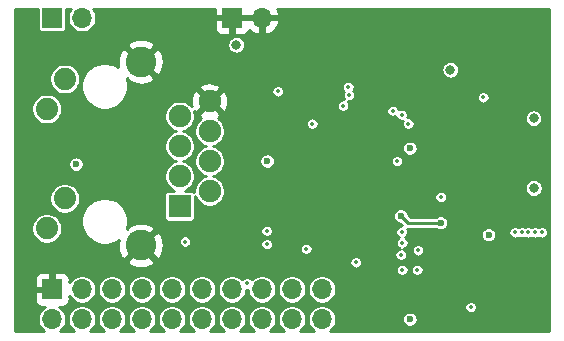
<source format=gbr>
G04 #@! TF.GenerationSoftware,KiCad,Pcbnew,(5.1.5)-3*
G04 #@! TF.CreationDate,2020-07-18T04:54:49-04:00*
G04 #@! TF.ProjectId,MONster64 - NetModule,4d4f4e73-7465-4723-9634-202d204e6574,rev?*
G04 #@! TF.SameCoordinates,Original*
G04 #@! TF.FileFunction,Copper,L2,Inr*
G04 #@! TF.FilePolarity,Positive*
%FSLAX46Y46*%
G04 Gerber Fmt 4.6, Leading zero omitted, Abs format (unit mm)*
G04 Created by KiCad (PCBNEW (5.1.5)-3) date 2020-07-18 04:54:49*
%MOMM*%
%LPD*%
G04 APERTURE LIST*
%ADD10R,1.900000X1.900000*%
%ADD11C,1.900000*%
%ADD12C,1.890000*%
%ADD13C,2.600000*%
%ADD14R,1.700000X1.700000*%
%ADD15O,1.700000X1.700000*%
%ADD16C,0.600000*%
%ADD17C,0.350000*%
%ADD18C,8.100000*%
%ADD19C,0.800000*%
%ADD20C,0.295000*%
%ADD21C,0.239000*%
G04 APERTURE END LIST*
D10*
X147955000Y-98679000D03*
D11*
X150495000Y-97409000D03*
X147955000Y-96139000D03*
X150495000Y-94869000D03*
X147955000Y-93599000D03*
X150495000Y-92329000D03*
X147955000Y-91059000D03*
X150495000Y-89789000D03*
D12*
X138235000Y-87909000D03*
X136715000Y-90449000D03*
X138235000Y-98019000D03*
X136715000Y-100559000D03*
D13*
X144665000Y-102009000D03*
X144665000Y-86459000D03*
D14*
X137160000Y-82740500D03*
D15*
X139700000Y-82740500D03*
X154940000Y-82740500D03*
D14*
X152400000Y-82740500D03*
X137160000Y-105727500D03*
D15*
X137160000Y-108267500D03*
X139700000Y-105727500D03*
X139700000Y-108267500D03*
X142240000Y-105727500D03*
X142240000Y-108267500D03*
X144780000Y-105727500D03*
X144780000Y-108267500D03*
X147320000Y-105727500D03*
X147320000Y-108267500D03*
X149860000Y-105727500D03*
X149860000Y-108267500D03*
X152400000Y-105727500D03*
X152400000Y-108267500D03*
X154940000Y-105727500D03*
X154940000Y-108267500D03*
X157480000Y-105727500D03*
X157480000Y-108267500D03*
X160020000Y-105727500D03*
X160020000Y-108267500D03*
D16*
X139192000Y-95123000D03*
D17*
X173736000Y-105854500D03*
X178498500Y-102743000D03*
D18*
X162496500Y-97282000D03*
D19*
X172593000Y-96139000D03*
X174625000Y-98171000D03*
X172593000Y-98171000D03*
X174625000Y-96139000D03*
D16*
X154940000Y-91884500D03*
X154940000Y-85979000D03*
X154822000Y-97844500D03*
D19*
X144136000Y-95640000D03*
D16*
X174117000Y-101092000D03*
D17*
X170065000Y-97905000D03*
D19*
X177936000Y-97146000D03*
X177927000Y-91249500D03*
X152772000Y-85026500D03*
X170878500Y-87122000D03*
D17*
X166814500Y-101790500D03*
X155321000Y-101917500D03*
X155321000Y-100774500D03*
X166751000Y-100838000D03*
X148429999Y-101679501D03*
X158686500Y-102298500D03*
D16*
X155384500Y-94869000D03*
D17*
X166370000Y-94869000D03*
X162877500Y-103441500D03*
X176339500Y-100901500D03*
X166687500Y-102806500D03*
X168148000Y-102425500D03*
D16*
X166687500Y-99504500D03*
X170053000Y-100076000D03*
D17*
X156273500Y-88963500D03*
X178054000Y-100901500D03*
X176911000Y-100901500D03*
X168084500Y-104076500D03*
X166814500Y-104076500D03*
X153670000Y-105219500D03*
X177482500Y-100901500D03*
X162242500Y-88582500D03*
X173672500Y-89471500D03*
X162320501Y-89295501D03*
X161798000Y-90170000D03*
X178625500Y-100901500D03*
X172593000Y-107251500D03*
X165989000Y-90614500D03*
X166751000Y-90932000D03*
X159194500Y-91694000D03*
X167322500Y-91694000D03*
D16*
X167449500Y-93789500D03*
X167449500Y-108267500D03*
D20*
X167259000Y-100076000D02*
X166687500Y-99504500D01*
X170053000Y-100076000D02*
X167259000Y-100076000D01*
D21*
G36*
X135949766Y-83590500D02*
G01*
X135956688Y-83660778D01*
X135977187Y-83728356D01*
X136010476Y-83790635D01*
X136055276Y-83845224D01*
X136109865Y-83890024D01*
X136172144Y-83923313D01*
X136239722Y-83943812D01*
X136310000Y-83950734D01*
X138010000Y-83950734D01*
X138080278Y-83943812D01*
X138147856Y-83923313D01*
X138210135Y-83890024D01*
X138264724Y-83845224D01*
X138309524Y-83790635D01*
X138342813Y-83728356D01*
X138363312Y-83660778D01*
X138370234Y-83590500D01*
X138370234Y-82006000D01*
X138737327Y-82006000D01*
X138629042Y-82168061D01*
X138537942Y-82387994D01*
X138491500Y-82621473D01*
X138491500Y-82859527D01*
X138537942Y-83093006D01*
X138629042Y-83312939D01*
X138761297Y-83510874D01*
X138929626Y-83679203D01*
X139127561Y-83811458D01*
X139347494Y-83902558D01*
X139580973Y-83949000D01*
X139819027Y-83949000D01*
X140052506Y-83902558D01*
X140272439Y-83811458D01*
X140470374Y-83679203D01*
X140559077Y-83590500D01*
X150919464Y-83590500D01*
X150931580Y-83713511D01*
X150967461Y-83831796D01*
X151025728Y-83940807D01*
X151104144Y-84036356D01*
X151199693Y-84114772D01*
X151308704Y-84173039D01*
X151426989Y-84208920D01*
X151550000Y-84221036D01*
X152108625Y-84218000D01*
X152265500Y-84061125D01*
X152265500Y-82875000D01*
X152534500Y-82875000D01*
X152534500Y-84061125D01*
X152691375Y-84218000D01*
X153250000Y-84221036D01*
X153373011Y-84208920D01*
X153491296Y-84173039D01*
X153600307Y-84114772D01*
X153695856Y-84036356D01*
X153774272Y-83940807D01*
X153832539Y-83831796D01*
X153860659Y-83739094D01*
X153950839Y-83838034D01*
X154183964Y-84009921D01*
X154446143Y-84133025D01*
X154576984Y-84172710D01*
X154805500Y-84054258D01*
X154805500Y-82875000D01*
X155074500Y-82875000D01*
X155074500Y-84054258D01*
X155303016Y-84172710D01*
X155433857Y-84133025D01*
X155696036Y-84009921D01*
X155929161Y-83838034D01*
X156124273Y-83623969D01*
X156273874Y-83375953D01*
X156372215Y-83103517D01*
X156254495Y-82875000D01*
X155074500Y-82875000D01*
X154805500Y-82875000D01*
X152534500Y-82875000D01*
X152265500Y-82875000D01*
X151079375Y-82875000D01*
X150922500Y-83031875D01*
X150919464Y-83590500D01*
X140559077Y-83590500D01*
X140638703Y-83510874D01*
X140770958Y-83312939D01*
X140862058Y-83093006D01*
X140908500Y-82859527D01*
X140908500Y-82621473D01*
X140862058Y-82387994D01*
X140770958Y-82168061D01*
X140662673Y-82006000D01*
X150920092Y-82006000D01*
X150922500Y-82449125D01*
X151079375Y-82606000D01*
X152265500Y-82606000D01*
X152265500Y-82586000D01*
X152534500Y-82586000D01*
X152534500Y-82606000D01*
X154805500Y-82606000D01*
X154805500Y-82586000D01*
X155074500Y-82586000D01*
X155074500Y-82606000D01*
X156254495Y-82606000D01*
X156372215Y-82377483D01*
X156273874Y-82105047D01*
X156214130Y-82006000D01*
X179233001Y-82006000D01*
X179233000Y-109291000D01*
X160663465Y-109291000D01*
X160790374Y-109206203D01*
X160958703Y-109037874D01*
X161090958Y-108839939D01*
X161182058Y-108620006D01*
X161228500Y-108386527D01*
X161228500Y-108202643D01*
X166791000Y-108202643D01*
X166791000Y-108332357D01*
X166816306Y-108459577D01*
X166865945Y-108579417D01*
X166938010Y-108687269D01*
X167029731Y-108778990D01*
X167137583Y-108851055D01*
X167257423Y-108900694D01*
X167384643Y-108926000D01*
X167514357Y-108926000D01*
X167641577Y-108900694D01*
X167761417Y-108851055D01*
X167869269Y-108778990D01*
X167960990Y-108687269D01*
X168033055Y-108579417D01*
X168082694Y-108459577D01*
X168108000Y-108332357D01*
X168108000Y-108202643D01*
X168082694Y-108075423D01*
X168033055Y-107955583D01*
X167960990Y-107847731D01*
X167869269Y-107756010D01*
X167761417Y-107683945D01*
X167641577Y-107634306D01*
X167514357Y-107609000D01*
X167384643Y-107609000D01*
X167257423Y-107634306D01*
X167137583Y-107683945D01*
X167029731Y-107756010D01*
X166938010Y-107847731D01*
X166865945Y-107955583D01*
X166816306Y-108075423D01*
X166791000Y-108202643D01*
X161228500Y-108202643D01*
X161228500Y-108148473D01*
X161182058Y-107914994D01*
X161090958Y-107695061D01*
X160958703Y-107497126D01*
X160790374Y-107328797D01*
X160596051Y-107198955D01*
X172059500Y-107198955D01*
X172059500Y-107304045D01*
X172080002Y-107407116D01*
X172120219Y-107504207D01*
X172178604Y-107591586D01*
X172252914Y-107665896D01*
X172340293Y-107724281D01*
X172437384Y-107764498D01*
X172540455Y-107785000D01*
X172645545Y-107785000D01*
X172748616Y-107764498D01*
X172845707Y-107724281D01*
X172933086Y-107665896D01*
X173007396Y-107591586D01*
X173065781Y-107504207D01*
X173105998Y-107407116D01*
X173126500Y-107304045D01*
X173126500Y-107198955D01*
X173105998Y-107095884D01*
X173065781Y-106998793D01*
X173007396Y-106911414D01*
X172933086Y-106837104D01*
X172845707Y-106778719D01*
X172748616Y-106738502D01*
X172645545Y-106718000D01*
X172540455Y-106718000D01*
X172437384Y-106738502D01*
X172340293Y-106778719D01*
X172252914Y-106837104D01*
X172178604Y-106911414D01*
X172120219Y-106998793D01*
X172080002Y-107095884D01*
X172059500Y-107198955D01*
X160596051Y-107198955D01*
X160592439Y-107196542D01*
X160372506Y-107105442D01*
X160139027Y-107059000D01*
X159900973Y-107059000D01*
X159667494Y-107105442D01*
X159447561Y-107196542D01*
X159249626Y-107328797D01*
X159081297Y-107497126D01*
X158949042Y-107695061D01*
X158857942Y-107914994D01*
X158811500Y-108148473D01*
X158811500Y-108386527D01*
X158857942Y-108620006D01*
X158949042Y-108839939D01*
X159081297Y-109037874D01*
X159249626Y-109206203D01*
X159376535Y-109291000D01*
X158123465Y-109291000D01*
X158250374Y-109206203D01*
X158418703Y-109037874D01*
X158550958Y-108839939D01*
X158642058Y-108620006D01*
X158688500Y-108386527D01*
X158688500Y-108148473D01*
X158642058Y-107914994D01*
X158550958Y-107695061D01*
X158418703Y-107497126D01*
X158250374Y-107328797D01*
X158052439Y-107196542D01*
X157832506Y-107105442D01*
X157599027Y-107059000D01*
X157360973Y-107059000D01*
X157127494Y-107105442D01*
X156907561Y-107196542D01*
X156709626Y-107328797D01*
X156541297Y-107497126D01*
X156409042Y-107695061D01*
X156317942Y-107914994D01*
X156271500Y-108148473D01*
X156271500Y-108386527D01*
X156317942Y-108620006D01*
X156409042Y-108839939D01*
X156541297Y-109037874D01*
X156709626Y-109206203D01*
X156836535Y-109291000D01*
X155583465Y-109291000D01*
X155710374Y-109206203D01*
X155878703Y-109037874D01*
X156010958Y-108839939D01*
X156102058Y-108620006D01*
X156148500Y-108386527D01*
X156148500Y-108148473D01*
X156102058Y-107914994D01*
X156010958Y-107695061D01*
X155878703Y-107497126D01*
X155710374Y-107328797D01*
X155512439Y-107196542D01*
X155292506Y-107105442D01*
X155059027Y-107059000D01*
X154820973Y-107059000D01*
X154587494Y-107105442D01*
X154367561Y-107196542D01*
X154169626Y-107328797D01*
X154001297Y-107497126D01*
X153869042Y-107695061D01*
X153777942Y-107914994D01*
X153731500Y-108148473D01*
X153731500Y-108386527D01*
X153777942Y-108620006D01*
X153869042Y-108839939D01*
X154001297Y-109037874D01*
X154169626Y-109206203D01*
X154296535Y-109291000D01*
X153043465Y-109291000D01*
X153170374Y-109206203D01*
X153338703Y-109037874D01*
X153470958Y-108839939D01*
X153562058Y-108620006D01*
X153608500Y-108386527D01*
X153608500Y-108148473D01*
X153562058Y-107914994D01*
X153470958Y-107695061D01*
X153338703Y-107497126D01*
X153170374Y-107328797D01*
X152972439Y-107196542D01*
X152752506Y-107105442D01*
X152519027Y-107059000D01*
X152280973Y-107059000D01*
X152047494Y-107105442D01*
X151827561Y-107196542D01*
X151629626Y-107328797D01*
X151461297Y-107497126D01*
X151329042Y-107695061D01*
X151237942Y-107914994D01*
X151191500Y-108148473D01*
X151191500Y-108386527D01*
X151237942Y-108620006D01*
X151329042Y-108839939D01*
X151461297Y-109037874D01*
X151629626Y-109206203D01*
X151756535Y-109291000D01*
X150503465Y-109291000D01*
X150630374Y-109206203D01*
X150798703Y-109037874D01*
X150930958Y-108839939D01*
X151022058Y-108620006D01*
X151068500Y-108386527D01*
X151068500Y-108148473D01*
X151022058Y-107914994D01*
X150930958Y-107695061D01*
X150798703Y-107497126D01*
X150630374Y-107328797D01*
X150432439Y-107196542D01*
X150212506Y-107105442D01*
X149979027Y-107059000D01*
X149740973Y-107059000D01*
X149507494Y-107105442D01*
X149287561Y-107196542D01*
X149089626Y-107328797D01*
X148921297Y-107497126D01*
X148789042Y-107695061D01*
X148697942Y-107914994D01*
X148651500Y-108148473D01*
X148651500Y-108386527D01*
X148697942Y-108620006D01*
X148789042Y-108839939D01*
X148921297Y-109037874D01*
X149089626Y-109206203D01*
X149216535Y-109291000D01*
X147963465Y-109291000D01*
X148090374Y-109206203D01*
X148258703Y-109037874D01*
X148390958Y-108839939D01*
X148482058Y-108620006D01*
X148528500Y-108386527D01*
X148528500Y-108148473D01*
X148482058Y-107914994D01*
X148390958Y-107695061D01*
X148258703Y-107497126D01*
X148090374Y-107328797D01*
X147892439Y-107196542D01*
X147672506Y-107105442D01*
X147439027Y-107059000D01*
X147200973Y-107059000D01*
X146967494Y-107105442D01*
X146747561Y-107196542D01*
X146549626Y-107328797D01*
X146381297Y-107497126D01*
X146249042Y-107695061D01*
X146157942Y-107914994D01*
X146111500Y-108148473D01*
X146111500Y-108386527D01*
X146157942Y-108620006D01*
X146249042Y-108839939D01*
X146381297Y-109037874D01*
X146549626Y-109206203D01*
X146676535Y-109291000D01*
X145423465Y-109291000D01*
X145550374Y-109206203D01*
X145718703Y-109037874D01*
X145850958Y-108839939D01*
X145942058Y-108620006D01*
X145988500Y-108386527D01*
X145988500Y-108148473D01*
X145942058Y-107914994D01*
X145850958Y-107695061D01*
X145718703Y-107497126D01*
X145550374Y-107328797D01*
X145352439Y-107196542D01*
X145132506Y-107105442D01*
X144899027Y-107059000D01*
X144660973Y-107059000D01*
X144427494Y-107105442D01*
X144207561Y-107196542D01*
X144009626Y-107328797D01*
X143841297Y-107497126D01*
X143709042Y-107695061D01*
X143617942Y-107914994D01*
X143571500Y-108148473D01*
X143571500Y-108386527D01*
X143617942Y-108620006D01*
X143709042Y-108839939D01*
X143841297Y-109037874D01*
X144009626Y-109206203D01*
X144136535Y-109291000D01*
X142883465Y-109291000D01*
X143010374Y-109206203D01*
X143178703Y-109037874D01*
X143310958Y-108839939D01*
X143402058Y-108620006D01*
X143448500Y-108386527D01*
X143448500Y-108148473D01*
X143402058Y-107914994D01*
X143310958Y-107695061D01*
X143178703Y-107497126D01*
X143010374Y-107328797D01*
X142812439Y-107196542D01*
X142592506Y-107105442D01*
X142359027Y-107059000D01*
X142120973Y-107059000D01*
X141887494Y-107105442D01*
X141667561Y-107196542D01*
X141469626Y-107328797D01*
X141301297Y-107497126D01*
X141169042Y-107695061D01*
X141077942Y-107914994D01*
X141031500Y-108148473D01*
X141031500Y-108386527D01*
X141077942Y-108620006D01*
X141169042Y-108839939D01*
X141301297Y-109037874D01*
X141469626Y-109206203D01*
X141596535Y-109291000D01*
X140343465Y-109291000D01*
X140470374Y-109206203D01*
X140638703Y-109037874D01*
X140770958Y-108839939D01*
X140862058Y-108620006D01*
X140908500Y-108386527D01*
X140908500Y-108148473D01*
X140862058Y-107914994D01*
X140770958Y-107695061D01*
X140638703Y-107497126D01*
X140470374Y-107328797D01*
X140272439Y-107196542D01*
X140052506Y-107105442D01*
X139819027Y-107059000D01*
X139580973Y-107059000D01*
X139347494Y-107105442D01*
X139127561Y-107196542D01*
X138929626Y-107328797D01*
X138761297Y-107497126D01*
X138629042Y-107695061D01*
X138537942Y-107914994D01*
X138491500Y-108148473D01*
X138491500Y-108386527D01*
X138537942Y-108620006D01*
X138629042Y-108839939D01*
X138761297Y-109037874D01*
X138929626Y-109206203D01*
X139056535Y-109291000D01*
X137803465Y-109291000D01*
X137930374Y-109206203D01*
X138098703Y-109037874D01*
X138230958Y-108839939D01*
X138322058Y-108620006D01*
X138368500Y-108386527D01*
X138368500Y-108148473D01*
X138322058Y-107914994D01*
X138230958Y-107695061D01*
X138098703Y-107497126D01*
X137930374Y-107328797D01*
X137747506Y-107206609D01*
X138010000Y-107208036D01*
X138133011Y-107195920D01*
X138251296Y-107160039D01*
X138360307Y-107101772D01*
X138455856Y-107023356D01*
X138534272Y-106927807D01*
X138592539Y-106818796D01*
X138628420Y-106700511D01*
X138640536Y-106577500D01*
X138639109Y-106315006D01*
X138761297Y-106497874D01*
X138929626Y-106666203D01*
X139127561Y-106798458D01*
X139347494Y-106889558D01*
X139580973Y-106936000D01*
X139819027Y-106936000D01*
X140052506Y-106889558D01*
X140272439Y-106798458D01*
X140470374Y-106666203D01*
X140638703Y-106497874D01*
X140770958Y-106299939D01*
X140862058Y-106080006D01*
X140908500Y-105846527D01*
X140908500Y-105608473D01*
X141031500Y-105608473D01*
X141031500Y-105846527D01*
X141077942Y-106080006D01*
X141169042Y-106299939D01*
X141301297Y-106497874D01*
X141469626Y-106666203D01*
X141667561Y-106798458D01*
X141887494Y-106889558D01*
X142120973Y-106936000D01*
X142359027Y-106936000D01*
X142592506Y-106889558D01*
X142812439Y-106798458D01*
X143010374Y-106666203D01*
X143178703Y-106497874D01*
X143310958Y-106299939D01*
X143402058Y-106080006D01*
X143448500Y-105846527D01*
X143448500Y-105608473D01*
X143571500Y-105608473D01*
X143571500Y-105846527D01*
X143617942Y-106080006D01*
X143709042Y-106299939D01*
X143841297Y-106497874D01*
X144009626Y-106666203D01*
X144207561Y-106798458D01*
X144427494Y-106889558D01*
X144660973Y-106936000D01*
X144899027Y-106936000D01*
X145132506Y-106889558D01*
X145352439Y-106798458D01*
X145550374Y-106666203D01*
X145718703Y-106497874D01*
X145850958Y-106299939D01*
X145942058Y-106080006D01*
X145988500Y-105846527D01*
X145988500Y-105608473D01*
X146111500Y-105608473D01*
X146111500Y-105846527D01*
X146157942Y-106080006D01*
X146249042Y-106299939D01*
X146381297Y-106497874D01*
X146549626Y-106666203D01*
X146747561Y-106798458D01*
X146967494Y-106889558D01*
X147200973Y-106936000D01*
X147439027Y-106936000D01*
X147672506Y-106889558D01*
X147892439Y-106798458D01*
X148090374Y-106666203D01*
X148258703Y-106497874D01*
X148390958Y-106299939D01*
X148482058Y-106080006D01*
X148528500Y-105846527D01*
X148528500Y-105608473D01*
X148651500Y-105608473D01*
X148651500Y-105846527D01*
X148697942Y-106080006D01*
X148789042Y-106299939D01*
X148921297Y-106497874D01*
X149089626Y-106666203D01*
X149287561Y-106798458D01*
X149507494Y-106889558D01*
X149740973Y-106936000D01*
X149979027Y-106936000D01*
X150212506Y-106889558D01*
X150432439Y-106798458D01*
X150630374Y-106666203D01*
X150798703Y-106497874D01*
X150930958Y-106299939D01*
X151022058Y-106080006D01*
X151068500Y-105846527D01*
X151068500Y-105608473D01*
X151191500Y-105608473D01*
X151191500Y-105846527D01*
X151237942Y-106080006D01*
X151329042Y-106299939D01*
X151461297Y-106497874D01*
X151629626Y-106666203D01*
X151827561Y-106798458D01*
X152047494Y-106889558D01*
X152280973Y-106936000D01*
X152519027Y-106936000D01*
X152752506Y-106889558D01*
X152972439Y-106798458D01*
X153170374Y-106666203D01*
X153338703Y-106497874D01*
X153470958Y-106299939D01*
X153562058Y-106080006D01*
X153608500Y-105846527D01*
X153608500Y-105751219D01*
X153617455Y-105753000D01*
X153722545Y-105753000D01*
X153731500Y-105751219D01*
X153731500Y-105846527D01*
X153777942Y-106080006D01*
X153869042Y-106299939D01*
X154001297Y-106497874D01*
X154169626Y-106666203D01*
X154367561Y-106798458D01*
X154587494Y-106889558D01*
X154820973Y-106936000D01*
X155059027Y-106936000D01*
X155292506Y-106889558D01*
X155512439Y-106798458D01*
X155710374Y-106666203D01*
X155878703Y-106497874D01*
X156010958Y-106299939D01*
X156102058Y-106080006D01*
X156148500Y-105846527D01*
X156148500Y-105608473D01*
X156271500Y-105608473D01*
X156271500Y-105846527D01*
X156317942Y-106080006D01*
X156409042Y-106299939D01*
X156541297Y-106497874D01*
X156709626Y-106666203D01*
X156907561Y-106798458D01*
X157127494Y-106889558D01*
X157360973Y-106936000D01*
X157599027Y-106936000D01*
X157832506Y-106889558D01*
X158052439Y-106798458D01*
X158250374Y-106666203D01*
X158418703Y-106497874D01*
X158550958Y-106299939D01*
X158642058Y-106080006D01*
X158688500Y-105846527D01*
X158688500Y-105608473D01*
X158811500Y-105608473D01*
X158811500Y-105846527D01*
X158857942Y-106080006D01*
X158949042Y-106299939D01*
X159081297Y-106497874D01*
X159249626Y-106666203D01*
X159447561Y-106798458D01*
X159667494Y-106889558D01*
X159900973Y-106936000D01*
X160139027Y-106936000D01*
X160372506Y-106889558D01*
X160592439Y-106798458D01*
X160790374Y-106666203D01*
X160958703Y-106497874D01*
X161090958Y-106299939D01*
X161182058Y-106080006D01*
X161228500Y-105846527D01*
X161228500Y-105608473D01*
X161182058Y-105374994D01*
X161090958Y-105155061D01*
X160958703Y-104957126D01*
X160790374Y-104788797D01*
X160592439Y-104656542D01*
X160372506Y-104565442D01*
X160139027Y-104519000D01*
X159900973Y-104519000D01*
X159667494Y-104565442D01*
X159447561Y-104656542D01*
X159249626Y-104788797D01*
X159081297Y-104957126D01*
X158949042Y-105155061D01*
X158857942Y-105374994D01*
X158811500Y-105608473D01*
X158688500Y-105608473D01*
X158642058Y-105374994D01*
X158550958Y-105155061D01*
X158418703Y-104957126D01*
X158250374Y-104788797D01*
X158052439Y-104656542D01*
X157832506Y-104565442D01*
X157599027Y-104519000D01*
X157360973Y-104519000D01*
X157127494Y-104565442D01*
X156907561Y-104656542D01*
X156709626Y-104788797D01*
X156541297Y-104957126D01*
X156409042Y-105155061D01*
X156317942Y-105374994D01*
X156271500Y-105608473D01*
X156148500Y-105608473D01*
X156102058Y-105374994D01*
X156010958Y-105155061D01*
X155878703Y-104957126D01*
X155710374Y-104788797D01*
X155512439Y-104656542D01*
X155292506Y-104565442D01*
X155059027Y-104519000D01*
X154820973Y-104519000D01*
X154587494Y-104565442D01*
X154367561Y-104656542D01*
X154169626Y-104788797D01*
X154081703Y-104876721D01*
X154010086Y-104805104D01*
X153922707Y-104746719D01*
X153825616Y-104706502D01*
X153722545Y-104686000D01*
X153617455Y-104686000D01*
X153514384Y-104706502D01*
X153417293Y-104746719D01*
X153329914Y-104805104D01*
X153258298Y-104876721D01*
X153170374Y-104788797D01*
X152972439Y-104656542D01*
X152752506Y-104565442D01*
X152519027Y-104519000D01*
X152280973Y-104519000D01*
X152047494Y-104565442D01*
X151827561Y-104656542D01*
X151629626Y-104788797D01*
X151461297Y-104957126D01*
X151329042Y-105155061D01*
X151237942Y-105374994D01*
X151191500Y-105608473D01*
X151068500Y-105608473D01*
X151022058Y-105374994D01*
X150930958Y-105155061D01*
X150798703Y-104957126D01*
X150630374Y-104788797D01*
X150432439Y-104656542D01*
X150212506Y-104565442D01*
X149979027Y-104519000D01*
X149740973Y-104519000D01*
X149507494Y-104565442D01*
X149287561Y-104656542D01*
X149089626Y-104788797D01*
X148921297Y-104957126D01*
X148789042Y-105155061D01*
X148697942Y-105374994D01*
X148651500Y-105608473D01*
X148528500Y-105608473D01*
X148482058Y-105374994D01*
X148390958Y-105155061D01*
X148258703Y-104957126D01*
X148090374Y-104788797D01*
X147892439Y-104656542D01*
X147672506Y-104565442D01*
X147439027Y-104519000D01*
X147200973Y-104519000D01*
X146967494Y-104565442D01*
X146747561Y-104656542D01*
X146549626Y-104788797D01*
X146381297Y-104957126D01*
X146249042Y-105155061D01*
X146157942Y-105374994D01*
X146111500Y-105608473D01*
X145988500Y-105608473D01*
X145942058Y-105374994D01*
X145850958Y-105155061D01*
X145718703Y-104957126D01*
X145550374Y-104788797D01*
X145352439Y-104656542D01*
X145132506Y-104565442D01*
X144899027Y-104519000D01*
X144660973Y-104519000D01*
X144427494Y-104565442D01*
X144207561Y-104656542D01*
X144009626Y-104788797D01*
X143841297Y-104957126D01*
X143709042Y-105155061D01*
X143617942Y-105374994D01*
X143571500Y-105608473D01*
X143448500Y-105608473D01*
X143402058Y-105374994D01*
X143310958Y-105155061D01*
X143178703Y-104957126D01*
X143010374Y-104788797D01*
X142812439Y-104656542D01*
X142592506Y-104565442D01*
X142359027Y-104519000D01*
X142120973Y-104519000D01*
X141887494Y-104565442D01*
X141667561Y-104656542D01*
X141469626Y-104788797D01*
X141301297Y-104957126D01*
X141169042Y-105155061D01*
X141077942Y-105374994D01*
X141031500Y-105608473D01*
X140908500Y-105608473D01*
X140862058Y-105374994D01*
X140770958Y-105155061D01*
X140638703Y-104957126D01*
X140470374Y-104788797D01*
X140272439Y-104656542D01*
X140052506Y-104565442D01*
X139819027Y-104519000D01*
X139580973Y-104519000D01*
X139347494Y-104565442D01*
X139127561Y-104656542D01*
X138929626Y-104788797D01*
X138761297Y-104957126D01*
X138639109Y-105139994D01*
X138640536Y-104877500D01*
X138628420Y-104754489D01*
X138592539Y-104636204D01*
X138534272Y-104527193D01*
X138455856Y-104431644D01*
X138360307Y-104353228D01*
X138251296Y-104294961D01*
X138133011Y-104259080D01*
X138010000Y-104246964D01*
X137451375Y-104250000D01*
X137294500Y-104406875D01*
X137294500Y-105593000D01*
X137314500Y-105593000D01*
X137314500Y-105862000D01*
X137294500Y-105862000D01*
X137294500Y-105882000D01*
X137025500Y-105882000D01*
X137025500Y-105862000D01*
X135839375Y-105862000D01*
X135682500Y-106018875D01*
X135679464Y-106577500D01*
X135691580Y-106700511D01*
X135727461Y-106818796D01*
X135785728Y-106927807D01*
X135864144Y-107023356D01*
X135959693Y-107101772D01*
X136068704Y-107160039D01*
X136186989Y-107195920D01*
X136310000Y-107208036D01*
X136572494Y-107206609D01*
X136389626Y-107328797D01*
X136221297Y-107497126D01*
X136089042Y-107695061D01*
X135997942Y-107914994D01*
X135951500Y-108148473D01*
X135951500Y-108386527D01*
X135997942Y-108620006D01*
X136089042Y-108839939D01*
X136221297Y-109037874D01*
X136389626Y-109206203D01*
X136516535Y-109291000D01*
X134012500Y-109291000D01*
X134012500Y-104877500D01*
X135679464Y-104877500D01*
X135682500Y-105436125D01*
X135839375Y-105593000D01*
X137025500Y-105593000D01*
X137025500Y-104406875D01*
X136868625Y-104250000D01*
X136310000Y-104246964D01*
X136186989Y-104259080D01*
X136068704Y-104294961D01*
X135959693Y-104353228D01*
X135864144Y-104431644D01*
X135785728Y-104527193D01*
X135727461Y-104636204D01*
X135691580Y-104754489D01*
X135679464Y-104877500D01*
X134012500Y-104877500D01*
X134012500Y-104023955D01*
X166281000Y-104023955D01*
X166281000Y-104129045D01*
X166301502Y-104232116D01*
X166341719Y-104329207D01*
X166400104Y-104416586D01*
X166474414Y-104490896D01*
X166561793Y-104549281D01*
X166658884Y-104589498D01*
X166761955Y-104610000D01*
X166867045Y-104610000D01*
X166970116Y-104589498D01*
X167067207Y-104549281D01*
X167154586Y-104490896D01*
X167228896Y-104416586D01*
X167287281Y-104329207D01*
X167327498Y-104232116D01*
X167348000Y-104129045D01*
X167348000Y-104023955D01*
X167551000Y-104023955D01*
X167551000Y-104129045D01*
X167571502Y-104232116D01*
X167611719Y-104329207D01*
X167670104Y-104416586D01*
X167744414Y-104490896D01*
X167831793Y-104549281D01*
X167928884Y-104589498D01*
X168031955Y-104610000D01*
X168137045Y-104610000D01*
X168240116Y-104589498D01*
X168337207Y-104549281D01*
X168424586Y-104490896D01*
X168498896Y-104416586D01*
X168557281Y-104329207D01*
X168597498Y-104232116D01*
X168618000Y-104129045D01*
X168618000Y-104023955D01*
X168597498Y-103920884D01*
X168557281Y-103823793D01*
X168498896Y-103736414D01*
X168424586Y-103662104D01*
X168337207Y-103603719D01*
X168240116Y-103563502D01*
X168137045Y-103543000D01*
X168031955Y-103543000D01*
X167928884Y-103563502D01*
X167831793Y-103603719D01*
X167744414Y-103662104D01*
X167670104Y-103736414D01*
X167611719Y-103823793D01*
X167571502Y-103920884D01*
X167551000Y-104023955D01*
X167348000Y-104023955D01*
X167327498Y-103920884D01*
X167287281Y-103823793D01*
X167228896Y-103736414D01*
X167154586Y-103662104D01*
X167067207Y-103603719D01*
X166970116Y-103563502D01*
X166867045Y-103543000D01*
X166761955Y-103543000D01*
X166658884Y-103563502D01*
X166561793Y-103603719D01*
X166474414Y-103662104D01*
X166400104Y-103736414D01*
X166341719Y-103823793D01*
X166301502Y-103920884D01*
X166281000Y-104023955D01*
X134012500Y-104023955D01*
X134012500Y-103359123D01*
X143505089Y-103359123D01*
X143638123Y-103651200D01*
X143978232Y-103819979D01*
X144344732Y-103919163D01*
X144723541Y-103944942D01*
X145100099Y-103896322D01*
X145459937Y-103775175D01*
X145691877Y-103651200D01*
X145811323Y-103388955D01*
X162344000Y-103388955D01*
X162344000Y-103494045D01*
X162364502Y-103597116D01*
X162404719Y-103694207D01*
X162463104Y-103781586D01*
X162537414Y-103855896D01*
X162624793Y-103914281D01*
X162721884Y-103954498D01*
X162824955Y-103975000D01*
X162930045Y-103975000D01*
X163033116Y-103954498D01*
X163130207Y-103914281D01*
X163217586Y-103855896D01*
X163291896Y-103781586D01*
X163350281Y-103694207D01*
X163390498Y-103597116D01*
X163411000Y-103494045D01*
X163411000Y-103388955D01*
X163390498Y-103285884D01*
X163350281Y-103188793D01*
X163291896Y-103101414D01*
X163217586Y-103027104D01*
X163130207Y-102968719D01*
X163033116Y-102928502D01*
X162930045Y-102908000D01*
X162824955Y-102908000D01*
X162721884Y-102928502D01*
X162624793Y-102968719D01*
X162537414Y-103027104D01*
X162463104Y-103101414D01*
X162404719Y-103188793D01*
X162364502Y-103285884D01*
X162344000Y-103388955D01*
X145811323Y-103388955D01*
X145824911Y-103359123D01*
X144665000Y-102199212D01*
X143505089Y-103359123D01*
X134012500Y-103359123D01*
X134012500Y-100430616D01*
X135411500Y-100430616D01*
X135411500Y-100687384D01*
X135461593Y-100939217D01*
X135559853Y-101176439D01*
X135702505Y-101389933D01*
X135884067Y-101571495D01*
X136097561Y-101714147D01*
X136334783Y-101812407D01*
X136586616Y-101862500D01*
X136843384Y-101862500D01*
X137095217Y-101812407D01*
X137332439Y-101714147D01*
X137545933Y-101571495D01*
X137727495Y-101389933D01*
X137870147Y-101176439D01*
X137968407Y-100939217D01*
X138018500Y-100687384D01*
X138018500Y-100430616D01*
X137968407Y-100178783D01*
X137870147Y-99941561D01*
X137744584Y-99753642D01*
X139631500Y-99753642D01*
X139631500Y-100144358D01*
X139707725Y-100527566D01*
X139857245Y-100888539D01*
X140074315Y-101213407D01*
X140350593Y-101489685D01*
X140675461Y-101706755D01*
X141036434Y-101856275D01*
X141419642Y-101932500D01*
X141810358Y-101932500D01*
X142193566Y-101856275D01*
X142554539Y-101706755D01*
X142793097Y-101547356D01*
X142754837Y-101688732D01*
X142729058Y-102067541D01*
X142777678Y-102444099D01*
X142898825Y-102803937D01*
X143022800Y-103035877D01*
X143314877Y-103168911D01*
X144474788Y-102009000D01*
X144855212Y-102009000D01*
X146015123Y-103168911D01*
X146307200Y-103035877D01*
X146475979Y-102695768D01*
X146575163Y-102329268D01*
X146600942Y-101950459D01*
X146559173Y-101626956D01*
X147896499Y-101626956D01*
X147896499Y-101732046D01*
X147917001Y-101835117D01*
X147957218Y-101932208D01*
X148015603Y-102019587D01*
X148089913Y-102093897D01*
X148177292Y-102152282D01*
X148274383Y-102192499D01*
X148377454Y-102213001D01*
X148482544Y-102213001D01*
X148585615Y-102192499D01*
X148682706Y-102152282D01*
X148770085Y-102093897D01*
X148844395Y-102019587D01*
X148902780Y-101932208D01*
X148930637Y-101864955D01*
X154787500Y-101864955D01*
X154787500Y-101970045D01*
X154808002Y-102073116D01*
X154848219Y-102170207D01*
X154906604Y-102257586D01*
X154980914Y-102331896D01*
X155068293Y-102390281D01*
X155165384Y-102430498D01*
X155268455Y-102451000D01*
X155373545Y-102451000D01*
X155476616Y-102430498D01*
X155573707Y-102390281D01*
X155661086Y-102331896D01*
X155735396Y-102257586D01*
X155743167Y-102245955D01*
X158153000Y-102245955D01*
X158153000Y-102351045D01*
X158173502Y-102454116D01*
X158213719Y-102551207D01*
X158272104Y-102638586D01*
X158346414Y-102712896D01*
X158433793Y-102771281D01*
X158530884Y-102811498D01*
X158633955Y-102832000D01*
X158739045Y-102832000D01*
X158842116Y-102811498D01*
X158939207Y-102771281D01*
X159026586Y-102712896D01*
X159100896Y-102638586D01*
X159159281Y-102551207D01*
X159199498Y-102454116D01*
X159220000Y-102351045D01*
X159220000Y-102245955D01*
X159199498Y-102142884D01*
X159159281Y-102045793D01*
X159100896Y-101958414D01*
X159026586Y-101884104D01*
X158939207Y-101825719D01*
X158842116Y-101785502D01*
X158739045Y-101765000D01*
X158633955Y-101765000D01*
X158530884Y-101785502D01*
X158433793Y-101825719D01*
X158346414Y-101884104D01*
X158272104Y-101958414D01*
X158213719Y-102045793D01*
X158173502Y-102142884D01*
X158153000Y-102245955D01*
X155743167Y-102245955D01*
X155793781Y-102170207D01*
X155833998Y-102073116D01*
X155854500Y-101970045D01*
X155854500Y-101864955D01*
X155833998Y-101761884D01*
X155793781Y-101664793D01*
X155735396Y-101577414D01*
X155661086Y-101503104D01*
X155573707Y-101444719D01*
X155476616Y-101404502D01*
X155373545Y-101384000D01*
X155268455Y-101384000D01*
X155165384Y-101404502D01*
X155068293Y-101444719D01*
X154980914Y-101503104D01*
X154906604Y-101577414D01*
X154848219Y-101664793D01*
X154808002Y-101761884D01*
X154787500Y-101864955D01*
X148930637Y-101864955D01*
X148942997Y-101835117D01*
X148963499Y-101732046D01*
X148963499Y-101626956D01*
X148942997Y-101523885D01*
X148902780Y-101426794D01*
X148844395Y-101339415D01*
X148770085Y-101265105D01*
X148682706Y-101206720D01*
X148585615Y-101166503D01*
X148482544Y-101146001D01*
X148377454Y-101146001D01*
X148274383Y-101166503D01*
X148177292Y-101206720D01*
X148089913Y-101265105D01*
X148015603Y-101339415D01*
X147957218Y-101426794D01*
X147917001Y-101523885D01*
X147896499Y-101626956D01*
X146559173Y-101626956D01*
X146552322Y-101573901D01*
X146431175Y-101214063D01*
X146307200Y-100982123D01*
X146015123Y-100849089D01*
X144855212Y-102009000D01*
X144474788Y-102009000D01*
X144460646Y-101994858D01*
X144650858Y-101804646D01*
X144665000Y-101818788D01*
X145761833Y-100721955D01*
X154787500Y-100721955D01*
X154787500Y-100827045D01*
X154808002Y-100930116D01*
X154848219Y-101027207D01*
X154906604Y-101114586D01*
X154980914Y-101188896D01*
X155068293Y-101247281D01*
X155165384Y-101287498D01*
X155268455Y-101308000D01*
X155373545Y-101308000D01*
X155476616Y-101287498D01*
X155573707Y-101247281D01*
X155661086Y-101188896D01*
X155735396Y-101114586D01*
X155793781Y-101027207D01*
X155833998Y-100930116D01*
X155854500Y-100827045D01*
X155854500Y-100721955D01*
X155833998Y-100618884D01*
X155793781Y-100521793D01*
X155735396Y-100434414D01*
X155661086Y-100360104D01*
X155573707Y-100301719D01*
X155476616Y-100261502D01*
X155373545Y-100241000D01*
X155268455Y-100241000D01*
X155165384Y-100261502D01*
X155068293Y-100301719D01*
X154980914Y-100360104D01*
X154906604Y-100434414D01*
X154848219Y-100521793D01*
X154808002Y-100618884D01*
X154787500Y-100721955D01*
X145761833Y-100721955D01*
X145824911Y-100658877D01*
X145691877Y-100366800D01*
X145351768Y-100198021D01*
X144985268Y-100098837D01*
X144606459Y-100073058D01*
X144229901Y-100121678D01*
X143870063Y-100242825D01*
X143638123Y-100366800D01*
X143505090Y-100658876D01*
X143478782Y-100632568D01*
X143522275Y-100527566D01*
X143598500Y-100144358D01*
X143598500Y-99753642D01*
X143522275Y-99370434D01*
X143372755Y-99009461D01*
X143155685Y-98684593D01*
X142879407Y-98408315D01*
X142554539Y-98191245D01*
X142193566Y-98041725D01*
X141810358Y-97965500D01*
X141419642Y-97965500D01*
X141036434Y-98041725D01*
X140675461Y-98191245D01*
X140350593Y-98408315D01*
X140074315Y-98684593D01*
X139857245Y-99009461D01*
X139707725Y-99370434D01*
X139631500Y-99753642D01*
X137744584Y-99753642D01*
X137727495Y-99728067D01*
X137545933Y-99546505D01*
X137332439Y-99403853D01*
X137095217Y-99305593D01*
X136843384Y-99255500D01*
X136586616Y-99255500D01*
X136334783Y-99305593D01*
X136097561Y-99403853D01*
X135884067Y-99546505D01*
X135702505Y-99728067D01*
X135559853Y-99941561D01*
X135461593Y-100178783D01*
X135411500Y-100430616D01*
X134012500Y-100430616D01*
X134012500Y-97890616D01*
X136931500Y-97890616D01*
X136931500Y-98147384D01*
X136981593Y-98399217D01*
X137079853Y-98636439D01*
X137222505Y-98849933D01*
X137404067Y-99031495D01*
X137617561Y-99174147D01*
X137854783Y-99272407D01*
X138106616Y-99322500D01*
X138363384Y-99322500D01*
X138615217Y-99272407D01*
X138852439Y-99174147D01*
X139065933Y-99031495D01*
X139247495Y-98849933D01*
X139390147Y-98636439D01*
X139488407Y-98399217D01*
X139538500Y-98147384D01*
X139538500Y-97890616D01*
X139506353Y-97729000D01*
X146644766Y-97729000D01*
X146644766Y-99629000D01*
X146651688Y-99699278D01*
X146672187Y-99766856D01*
X146705476Y-99829135D01*
X146750276Y-99883724D01*
X146804865Y-99928524D01*
X146867144Y-99961813D01*
X146934722Y-99982312D01*
X147005000Y-99989234D01*
X148905000Y-99989234D01*
X148975278Y-99982312D01*
X149042856Y-99961813D01*
X149105135Y-99928524D01*
X149159724Y-99883724D01*
X149204524Y-99829135D01*
X149237813Y-99766856D01*
X149258312Y-99699278D01*
X149265234Y-99629000D01*
X149265234Y-99439643D01*
X166029000Y-99439643D01*
X166029000Y-99569357D01*
X166054306Y-99696577D01*
X166103945Y-99816417D01*
X166176010Y-99924269D01*
X166267731Y-100015990D01*
X166375583Y-100088055D01*
X166495423Y-100137694D01*
X166622643Y-100163000D01*
X166630408Y-100163000D01*
X166771908Y-100304500D01*
X166698455Y-100304500D01*
X166595384Y-100325002D01*
X166498293Y-100365219D01*
X166410914Y-100423604D01*
X166336604Y-100497914D01*
X166278219Y-100585293D01*
X166238002Y-100682384D01*
X166217500Y-100785455D01*
X166217500Y-100890545D01*
X166238002Y-100993616D01*
X166278219Y-101090707D01*
X166336604Y-101178086D01*
X166410914Y-101252396D01*
X166498293Y-101310781D01*
X166543902Y-101329673D01*
X166474414Y-101376104D01*
X166400104Y-101450414D01*
X166341719Y-101537793D01*
X166301502Y-101634884D01*
X166281000Y-101737955D01*
X166281000Y-101843045D01*
X166301502Y-101946116D01*
X166341719Y-102043207D01*
X166400104Y-102130586D01*
X166474414Y-102204896D01*
X166561793Y-102263281D01*
X166601380Y-102279679D01*
X166531884Y-102293502D01*
X166434793Y-102333719D01*
X166347414Y-102392104D01*
X166273104Y-102466414D01*
X166214719Y-102553793D01*
X166174502Y-102650884D01*
X166154000Y-102753955D01*
X166154000Y-102859045D01*
X166174502Y-102962116D01*
X166214719Y-103059207D01*
X166273104Y-103146586D01*
X166347414Y-103220896D01*
X166434793Y-103279281D01*
X166531884Y-103319498D01*
X166634955Y-103340000D01*
X166740045Y-103340000D01*
X166843116Y-103319498D01*
X166940207Y-103279281D01*
X167027586Y-103220896D01*
X167101896Y-103146586D01*
X167160281Y-103059207D01*
X167200498Y-102962116D01*
X167221000Y-102859045D01*
X167221000Y-102753955D01*
X167200498Y-102650884D01*
X167160281Y-102553793D01*
X167101896Y-102466414D01*
X167027586Y-102392104D01*
X166998928Y-102372955D01*
X167614500Y-102372955D01*
X167614500Y-102478045D01*
X167635002Y-102581116D01*
X167675219Y-102678207D01*
X167733604Y-102765586D01*
X167807914Y-102839896D01*
X167895293Y-102898281D01*
X167992384Y-102938498D01*
X168095455Y-102959000D01*
X168200545Y-102959000D01*
X168303616Y-102938498D01*
X168400707Y-102898281D01*
X168488086Y-102839896D01*
X168562396Y-102765586D01*
X168620781Y-102678207D01*
X168660998Y-102581116D01*
X168681500Y-102478045D01*
X168681500Y-102372955D01*
X168660998Y-102269884D01*
X168620781Y-102172793D01*
X168562396Y-102085414D01*
X168488086Y-102011104D01*
X168400707Y-101952719D01*
X168303616Y-101912502D01*
X168200545Y-101892000D01*
X168095455Y-101892000D01*
X167992384Y-101912502D01*
X167895293Y-101952719D01*
X167807914Y-102011104D01*
X167733604Y-102085414D01*
X167675219Y-102172793D01*
X167635002Y-102269884D01*
X167614500Y-102372955D01*
X166998928Y-102372955D01*
X166940207Y-102333719D01*
X166900620Y-102317321D01*
X166970116Y-102303498D01*
X167067207Y-102263281D01*
X167154586Y-102204896D01*
X167228896Y-102130586D01*
X167287281Y-102043207D01*
X167327498Y-101946116D01*
X167348000Y-101843045D01*
X167348000Y-101737955D01*
X167327498Y-101634884D01*
X167287281Y-101537793D01*
X167228896Y-101450414D01*
X167154586Y-101376104D01*
X167067207Y-101317719D01*
X167021598Y-101298827D01*
X167091086Y-101252396D01*
X167165396Y-101178086D01*
X167223781Y-101090707D01*
X167250110Y-101027143D01*
X173458500Y-101027143D01*
X173458500Y-101156857D01*
X173483806Y-101284077D01*
X173533445Y-101403917D01*
X173605510Y-101511769D01*
X173697231Y-101603490D01*
X173805083Y-101675555D01*
X173924923Y-101725194D01*
X174052143Y-101750500D01*
X174181857Y-101750500D01*
X174309077Y-101725194D01*
X174428917Y-101675555D01*
X174536769Y-101603490D01*
X174628490Y-101511769D01*
X174700555Y-101403917D01*
X174750194Y-101284077D01*
X174775500Y-101156857D01*
X174775500Y-101027143D01*
X174750194Y-100899923D01*
X174729083Y-100848955D01*
X175806000Y-100848955D01*
X175806000Y-100954045D01*
X175826502Y-101057116D01*
X175866719Y-101154207D01*
X175925104Y-101241586D01*
X175999414Y-101315896D01*
X176086793Y-101374281D01*
X176183884Y-101414498D01*
X176286955Y-101435000D01*
X176392045Y-101435000D01*
X176495116Y-101414498D01*
X176592207Y-101374281D01*
X176625250Y-101352202D01*
X176658293Y-101374281D01*
X176755384Y-101414498D01*
X176858455Y-101435000D01*
X176963545Y-101435000D01*
X177066616Y-101414498D01*
X177163707Y-101374281D01*
X177196750Y-101352202D01*
X177229793Y-101374281D01*
X177326884Y-101414498D01*
X177429955Y-101435000D01*
X177535045Y-101435000D01*
X177638116Y-101414498D01*
X177735207Y-101374281D01*
X177768250Y-101352202D01*
X177801293Y-101374281D01*
X177898384Y-101414498D01*
X178001455Y-101435000D01*
X178106545Y-101435000D01*
X178209616Y-101414498D01*
X178306707Y-101374281D01*
X178339750Y-101352202D01*
X178372793Y-101374281D01*
X178469884Y-101414498D01*
X178572955Y-101435000D01*
X178678045Y-101435000D01*
X178781116Y-101414498D01*
X178878207Y-101374281D01*
X178965586Y-101315896D01*
X179039896Y-101241586D01*
X179098281Y-101154207D01*
X179138498Y-101057116D01*
X179159000Y-100954045D01*
X179159000Y-100848955D01*
X179138498Y-100745884D01*
X179098281Y-100648793D01*
X179039896Y-100561414D01*
X178965586Y-100487104D01*
X178878207Y-100428719D01*
X178781116Y-100388502D01*
X178678045Y-100368000D01*
X178572955Y-100368000D01*
X178469884Y-100388502D01*
X178372793Y-100428719D01*
X178339750Y-100450798D01*
X178306707Y-100428719D01*
X178209616Y-100388502D01*
X178106545Y-100368000D01*
X178001455Y-100368000D01*
X177898384Y-100388502D01*
X177801293Y-100428719D01*
X177768250Y-100450798D01*
X177735207Y-100428719D01*
X177638116Y-100388502D01*
X177535045Y-100368000D01*
X177429955Y-100368000D01*
X177326884Y-100388502D01*
X177229793Y-100428719D01*
X177196750Y-100450798D01*
X177163707Y-100428719D01*
X177066616Y-100388502D01*
X176963545Y-100368000D01*
X176858455Y-100368000D01*
X176755384Y-100388502D01*
X176658293Y-100428719D01*
X176625250Y-100450798D01*
X176592207Y-100428719D01*
X176495116Y-100388502D01*
X176392045Y-100368000D01*
X176286955Y-100368000D01*
X176183884Y-100388502D01*
X176086793Y-100428719D01*
X175999414Y-100487104D01*
X175925104Y-100561414D01*
X175866719Y-100648793D01*
X175826502Y-100745884D01*
X175806000Y-100848955D01*
X174729083Y-100848955D01*
X174700555Y-100780083D01*
X174628490Y-100672231D01*
X174536769Y-100580510D01*
X174428917Y-100508445D01*
X174309077Y-100458806D01*
X174181857Y-100433500D01*
X174052143Y-100433500D01*
X173924923Y-100458806D01*
X173805083Y-100508445D01*
X173697231Y-100580510D01*
X173605510Y-100672231D01*
X173533445Y-100780083D01*
X173483806Y-100899923D01*
X173458500Y-101027143D01*
X167250110Y-101027143D01*
X167263998Y-100993616D01*
X167284500Y-100890545D01*
X167284500Y-100785455D01*
X167263998Y-100682384D01*
X167223781Y-100585293D01*
X167220695Y-100580675D01*
X167234146Y-100582000D01*
X167234153Y-100582000D01*
X167258999Y-100584447D01*
X167283845Y-100582000D01*
X169627741Y-100582000D01*
X169633231Y-100587490D01*
X169741083Y-100659555D01*
X169860923Y-100709194D01*
X169988143Y-100734500D01*
X170117857Y-100734500D01*
X170245077Y-100709194D01*
X170364917Y-100659555D01*
X170472769Y-100587490D01*
X170564490Y-100495769D01*
X170636555Y-100387917D01*
X170686194Y-100268077D01*
X170711500Y-100140857D01*
X170711500Y-100011143D01*
X170686194Y-99883923D01*
X170636555Y-99764083D01*
X170564490Y-99656231D01*
X170472769Y-99564510D01*
X170364917Y-99492445D01*
X170245077Y-99442806D01*
X170117857Y-99417500D01*
X169988143Y-99417500D01*
X169860923Y-99442806D01*
X169741083Y-99492445D01*
X169633231Y-99564510D01*
X169627741Y-99570000D01*
X167468592Y-99570000D01*
X167346000Y-99447408D01*
X167346000Y-99439643D01*
X167320694Y-99312423D01*
X167271055Y-99192583D01*
X167198990Y-99084731D01*
X167107269Y-98993010D01*
X166999417Y-98920945D01*
X166879577Y-98871306D01*
X166752357Y-98846000D01*
X166622643Y-98846000D01*
X166495423Y-98871306D01*
X166375583Y-98920945D01*
X166267731Y-98993010D01*
X166176010Y-99084731D01*
X166103945Y-99192583D01*
X166054306Y-99312423D01*
X166029000Y-99439643D01*
X149265234Y-99439643D01*
X149265234Y-97859357D01*
X149335423Y-98028807D01*
X149478622Y-98243120D01*
X149660880Y-98425378D01*
X149875193Y-98568577D01*
X150113325Y-98667215D01*
X150366124Y-98717500D01*
X150623876Y-98717500D01*
X150876675Y-98667215D01*
X151114807Y-98568577D01*
X151329120Y-98425378D01*
X151511378Y-98243120D01*
X151654577Y-98028807D01*
X151727624Y-97852455D01*
X169531500Y-97852455D01*
X169531500Y-97957545D01*
X169552002Y-98060616D01*
X169592219Y-98157707D01*
X169650604Y-98245086D01*
X169724914Y-98319396D01*
X169812293Y-98377781D01*
X169909384Y-98417998D01*
X170012455Y-98438500D01*
X170117545Y-98438500D01*
X170220616Y-98417998D01*
X170317707Y-98377781D01*
X170405086Y-98319396D01*
X170479396Y-98245086D01*
X170537781Y-98157707D01*
X170577998Y-98060616D01*
X170598500Y-97957545D01*
X170598500Y-97852455D01*
X170577998Y-97749384D01*
X170537781Y-97652293D01*
X170479396Y-97564914D01*
X170405086Y-97490604D01*
X170317707Y-97432219D01*
X170220616Y-97392002D01*
X170117545Y-97371500D01*
X170012455Y-97371500D01*
X169909384Y-97392002D01*
X169812293Y-97432219D01*
X169724914Y-97490604D01*
X169650604Y-97564914D01*
X169592219Y-97652293D01*
X169552002Y-97749384D01*
X169531500Y-97852455D01*
X151727624Y-97852455D01*
X151753215Y-97790675D01*
X151803500Y-97537876D01*
X151803500Y-97280124D01*
X151761962Y-97071294D01*
X177177500Y-97071294D01*
X177177500Y-97220706D01*
X177206649Y-97367246D01*
X177263826Y-97505284D01*
X177346835Y-97629516D01*
X177452484Y-97735165D01*
X177576716Y-97818174D01*
X177714754Y-97875351D01*
X177861294Y-97904500D01*
X178010706Y-97904500D01*
X178157246Y-97875351D01*
X178295284Y-97818174D01*
X178419516Y-97735165D01*
X178525165Y-97629516D01*
X178608174Y-97505284D01*
X178665351Y-97367246D01*
X178694500Y-97220706D01*
X178694500Y-97071294D01*
X178665351Y-96924754D01*
X178608174Y-96786716D01*
X178525165Y-96662484D01*
X178419516Y-96556835D01*
X178295284Y-96473826D01*
X178157246Y-96416649D01*
X178010706Y-96387500D01*
X177861294Y-96387500D01*
X177714754Y-96416649D01*
X177576716Y-96473826D01*
X177452484Y-96556835D01*
X177346835Y-96662484D01*
X177263826Y-96786716D01*
X177206649Y-96924754D01*
X177177500Y-97071294D01*
X151761962Y-97071294D01*
X151753215Y-97027325D01*
X151654577Y-96789193D01*
X151511378Y-96574880D01*
X151329120Y-96392622D01*
X151114807Y-96249423D01*
X150876675Y-96150785D01*
X150817428Y-96139000D01*
X150876675Y-96127215D01*
X151114807Y-96028577D01*
X151329120Y-95885378D01*
X151511378Y-95703120D01*
X151654577Y-95488807D01*
X151753215Y-95250675D01*
X151803500Y-94997876D01*
X151803500Y-94804143D01*
X154726000Y-94804143D01*
X154726000Y-94933857D01*
X154751306Y-95061077D01*
X154800945Y-95180917D01*
X154873010Y-95288769D01*
X154964731Y-95380490D01*
X155072583Y-95452555D01*
X155192423Y-95502194D01*
X155319643Y-95527500D01*
X155449357Y-95527500D01*
X155576577Y-95502194D01*
X155696417Y-95452555D01*
X155804269Y-95380490D01*
X155895990Y-95288769D01*
X155968055Y-95180917D01*
X156017694Y-95061077D01*
X156043000Y-94933857D01*
X156043000Y-94816455D01*
X165836500Y-94816455D01*
X165836500Y-94921545D01*
X165857002Y-95024616D01*
X165897219Y-95121707D01*
X165955604Y-95209086D01*
X166029914Y-95283396D01*
X166117293Y-95341781D01*
X166214384Y-95381998D01*
X166317455Y-95402500D01*
X166422545Y-95402500D01*
X166525616Y-95381998D01*
X166622707Y-95341781D01*
X166710086Y-95283396D01*
X166784396Y-95209086D01*
X166842781Y-95121707D01*
X166882998Y-95024616D01*
X166903500Y-94921545D01*
X166903500Y-94816455D01*
X166882998Y-94713384D01*
X166842781Y-94616293D01*
X166784396Y-94528914D01*
X166710086Y-94454604D01*
X166622707Y-94396219D01*
X166525616Y-94356002D01*
X166422545Y-94335500D01*
X166317455Y-94335500D01*
X166214384Y-94356002D01*
X166117293Y-94396219D01*
X166029914Y-94454604D01*
X165955604Y-94528914D01*
X165897219Y-94616293D01*
X165857002Y-94713384D01*
X165836500Y-94816455D01*
X156043000Y-94816455D01*
X156043000Y-94804143D01*
X156017694Y-94676923D01*
X155968055Y-94557083D01*
X155895990Y-94449231D01*
X155804269Y-94357510D01*
X155696417Y-94285445D01*
X155576577Y-94235806D01*
X155449357Y-94210500D01*
X155319643Y-94210500D01*
X155192423Y-94235806D01*
X155072583Y-94285445D01*
X154964731Y-94357510D01*
X154873010Y-94449231D01*
X154800945Y-94557083D01*
X154751306Y-94676923D01*
X154726000Y-94804143D01*
X151803500Y-94804143D01*
X151803500Y-94740124D01*
X151753215Y-94487325D01*
X151654577Y-94249193D01*
X151511378Y-94034880D01*
X151329120Y-93852622D01*
X151137586Y-93724643D01*
X166791000Y-93724643D01*
X166791000Y-93854357D01*
X166816306Y-93981577D01*
X166865945Y-94101417D01*
X166938010Y-94209269D01*
X167029731Y-94300990D01*
X167137583Y-94373055D01*
X167257423Y-94422694D01*
X167384643Y-94448000D01*
X167514357Y-94448000D01*
X167641577Y-94422694D01*
X167761417Y-94373055D01*
X167869269Y-94300990D01*
X167960990Y-94209269D01*
X168033055Y-94101417D01*
X168082694Y-93981577D01*
X168108000Y-93854357D01*
X168108000Y-93724643D01*
X168082694Y-93597423D01*
X168033055Y-93477583D01*
X167960990Y-93369731D01*
X167869269Y-93278010D01*
X167761417Y-93205945D01*
X167641577Y-93156306D01*
X167514357Y-93131000D01*
X167384643Y-93131000D01*
X167257423Y-93156306D01*
X167137583Y-93205945D01*
X167029731Y-93278010D01*
X166938010Y-93369731D01*
X166865945Y-93477583D01*
X166816306Y-93597423D01*
X166791000Y-93724643D01*
X151137586Y-93724643D01*
X151114807Y-93709423D01*
X150876675Y-93610785D01*
X150817428Y-93599000D01*
X150876675Y-93587215D01*
X151114807Y-93488577D01*
X151329120Y-93345378D01*
X151511378Y-93163120D01*
X151654577Y-92948807D01*
X151753215Y-92710675D01*
X151803500Y-92457876D01*
X151803500Y-92200124D01*
X151753215Y-91947325D01*
X151654577Y-91709193D01*
X151609317Y-91641455D01*
X158661000Y-91641455D01*
X158661000Y-91746545D01*
X158681502Y-91849616D01*
X158721719Y-91946707D01*
X158780104Y-92034086D01*
X158854414Y-92108396D01*
X158941793Y-92166781D01*
X159038884Y-92206998D01*
X159141955Y-92227500D01*
X159247045Y-92227500D01*
X159350116Y-92206998D01*
X159447207Y-92166781D01*
X159534586Y-92108396D01*
X159608896Y-92034086D01*
X159667281Y-91946707D01*
X159707498Y-91849616D01*
X159728000Y-91746545D01*
X159728000Y-91641455D01*
X159707498Y-91538384D01*
X159667281Y-91441293D01*
X159608896Y-91353914D01*
X159534586Y-91279604D01*
X159447207Y-91221219D01*
X159350116Y-91181002D01*
X159247045Y-91160500D01*
X159141955Y-91160500D01*
X159038884Y-91181002D01*
X158941793Y-91221219D01*
X158854414Y-91279604D01*
X158780104Y-91353914D01*
X158721719Y-91441293D01*
X158681502Y-91538384D01*
X158661000Y-91641455D01*
X151609317Y-91641455D01*
X151511378Y-91494880D01*
X151329120Y-91312622D01*
X151183960Y-91215629D01*
X151314545Y-91145831D01*
X151405337Y-90889549D01*
X150495000Y-89979212D01*
X149584663Y-90889549D01*
X149675455Y-91145831D01*
X149812581Y-91211259D01*
X149660880Y-91312622D01*
X149478622Y-91494880D01*
X149335423Y-91709193D01*
X149236785Y-91947325D01*
X149186500Y-92200124D01*
X149186500Y-92457876D01*
X149236785Y-92710675D01*
X149335423Y-92948807D01*
X149478622Y-93163120D01*
X149660880Y-93345378D01*
X149875193Y-93488577D01*
X150113325Y-93587215D01*
X150172572Y-93599000D01*
X150113325Y-93610785D01*
X149875193Y-93709423D01*
X149660880Y-93852622D01*
X149478622Y-94034880D01*
X149335423Y-94249193D01*
X149236785Y-94487325D01*
X149186500Y-94740124D01*
X149186500Y-94997876D01*
X149236785Y-95250675D01*
X149335423Y-95488807D01*
X149478622Y-95703120D01*
X149660880Y-95885378D01*
X149875193Y-96028577D01*
X150113325Y-96127215D01*
X150172572Y-96139000D01*
X150113325Y-96150785D01*
X149875193Y-96249423D01*
X149660880Y-96392622D01*
X149478622Y-96574880D01*
X149335423Y-96789193D01*
X149236785Y-97027325D01*
X149186500Y-97280124D01*
X149186500Y-97506903D01*
X149159724Y-97474276D01*
X149105135Y-97429476D01*
X149042856Y-97396187D01*
X148975278Y-97375688D01*
X148905000Y-97368766D01*
X148405357Y-97368766D01*
X148574807Y-97298577D01*
X148789120Y-97155378D01*
X148971378Y-96973120D01*
X149114577Y-96758807D01*
X149213215Y-96520675D01*
X149263500Y-96267876D01*
X149263500Y-96010124D01*
X149213215Y-95757325D01*
X149114577Y-95519193D01*
X148971378Y-95304880D01*
X148789120Y-95122622D01*
X148574807Y-94979423D01*
X148336675Y-94880785D01*
X148277428Y-94869000D01*
X148336675Y-94857215D01*
X148574807Y-94758577D01*
X148789120Y-94615378D01*
X148971378Y-94433120D01*
X149114577Y-94218807D01*
X149213215Y-93980675D01*
X149263500Y-93727876D01*
X149263500Y-93470124D01*
X149213215Y-93217325D01*
X149114577Y-92979193D01*
X148971378Y-92764880D01*
X148789120Y-92582622D01*
X148574807Y-92439423D01*
X148336675Y-92340785D01*
X148277428Y-92329000D01*
X148336675Y-92317215D01*
X148574807Y-92218577D01*
X148789120Y-92075378D01*
X148971378Y-91893120D01*
X149114577Y-91678807D01*
X149213215Y-91440675D01*
X149263500Y-91187876D01*
X149263500Y-90930124D01*
X149213215Y-90677325D01*
X149192732Y-90627875D01*
X149394451Y-90699337D01*
X150304788Y-89789000D01*
X150685212Y-89789000D01*
X151595549Y-90699337D01*
X151851831Y-90608545D01*
X151985645Y-90328093D01*
X152039169Y-90117455D01*
X161264500Y-90117455D01*
X161264500Y-90222545D01*
X161285002Y-90325616D01*
X161325219Y-90422707D01*
X161383604Y-90510086D01*
X161457914Y-90584396D01*
X161545293Y-90642781D01*
X161642384Y-90682998D01*
X161745455Y-90703500D01*
X161850545Y-90703500D01*
X161953616Y-90682998D01*
X162050707Y-90642781D01*
X162138086Y-90584396D01*
X162160527Y-90561955D01*
X165455500Y-90561955D01*
X165455500Y-90667045D01*
X165476002Y-90770116D01*
X165516219Y-90867207D01*
X165574604Y-90954586D01*
X165648914Y-91028896D01*
X165736293Y-91087281D01*
X165833384Y-91127498D01*
X165936455Y-91148000D01*
X166041545Y-91148000D01*
X166144616Y-91127498D01*
X166238426Y-91088640D01*
X166278219Y-91184707D01*
X166336604Y-91272086D01*
X166410914Y-91346396D01*
X166498293Y-91404781D01*
X166595384Y-91444998D01*
X166698455Y-91465500D01*
X166803545Y-91465500D01*
X166842938Y-91457664D01*
X166809502Y-91538384D01*
X166789000Y-91641455D01*
X166789000Y-91746545D01*
X166809502Y-91849616D01*
X166849719Y-91946707D01*
X166908104Y-92034086D01*
X166982414Y-92108396D01*
X167069793Y-92166781D01*
X167166884Y-92206998D01*
X167269955Y-92227500D01*
X167375045Y-92227500D01*
X167478116Y-92206998D01*
X167575207Y-92166781D01*
X167662586Y-92108396D01*
X167736896Y-92034086D01*
X167795281Y-91946707D01*
X167835498Y-91849616D01*
X167856000Y-91746545D01*
X167856000Y-91641455D01*
X167835498Y-91538384D01*
X167795281Y-91441293D01*
X167736896Y-91353914D01*
X167662586Y-91279604D01*
X167575207Y-91221219D01*
X167478116Y-91181002D01*
X167446907Y-91174794D01*
X177168500Y-91174794D01*
X177168500Y-91324206D01*
X177197649Y-91470746D01*
X177254826Y-91608784D01*
X177337835Y-91733016D01*
X177443484Y-91838665D01*
X177567716Y-91921674D01*
X177705754Y-91978851D01*
X177852294Y-92008000D01*
X178001706Y-92008000D01*
X178148246Y-91978851D01*
X178286284Y-91921674D01*
X178410516Y-91838665D01*
X178516165Y-91733016D01*
X178599174Y-91608784D01*
X178656351Y-91470746D01*
X178685500Y-91324206D01*
X178685500Y-91174794D01*
X178656351Y-91028254D01*
X178599174Y-90890216D01*
X178516165Y-90765984D01*
X178410516Y-90660335D01*
X178286284Y-90577326D01*
X178148246Y-90520149D01*
X178001706Y-90491000D01*
X177852294Y-90491000D01*
X177705754Y-90520149D01*
X177567716Y-90577326D01*
X177443484Y-90660335D01*
X177337835Y-90765984D01*
X177254826Y-90890216D01*
X177197649Y-91028254D01*
X177168500Y-91174794D01*
X167446907Y-91174794D01*
X167375045Y-91160500D01*
X167269955Y-91160500D01*
X167230562Y-91168336D01*
X167263998Y-91087616D01*
X167284500Y-90984545D01*
X167284500Y-90879455D01*
X167263998Y-90776384D01*
X167223781Y-90679293D01*
X167165396Y-90591914D01*
X167091086Y-90517604D01*
X167003707Y-90459219D01*
X166906616Y-90419002D01*
X166803545Y-90398500D01*
X166698455Y-90398500D01*
X166595384Y-90419002D01*
X166501574Y-90457860D01*
X166461781Y-90361793D01*
X166403396Y-90274414D01*
X166329086Y-90200104D01*
X166241707Y-90141719D01*
X166144616Y-90101502D01*
X166041545Y-90081000D01*
X165936455Y-90081000D01*
X165833384Y-90101502D01*
X165736293Y-90141719D01*
X165648914Y-90200104D01*
X165574604Y-90274414D01*
X165516219Y-90361793D01*
X165476002Y-90458884D01*
X165455500Y-90561955D01*
X162160527Y-90561955D01*
X162212396Y-90510086D01*
X162270781Y-90422707D01*
X162310998Y-90325616D01*
X162331500Y-90222545D01*
X162331500Y-90117455D01*
X162310998Y-90014384D01*
X162270781Y-89917293D01*
X162212396Y-89829914D01*
X162197461Y-89814979D01*
X162267956Y-89829001D01*
X162373046Y-89829001D01*
X162476117Y-89808499D01*
X162573208Y-89768282D01*
X162660587Y-89709897D01*
X162734897Y-89635587D01*
X162793282Y-89548208D01*
X162833499Y-89451117D01*
X162839896Y-89418955D01*
X173139000Y-89418955D01*
X173139000Y-89524045D01*
X173159502Y-89627116D01*
X173199719Y-89724207D01*
X173258104Y-89811586D01*
X173332414Y-89885896D01*
X173419793Y-89944281D01*
X173516884Y-89984498D01*
X173619955Y-90005000D01*
X173725045Y-90005000D01*
X173828116Y-89984498D01*
X173925207Y-89944281D01*
X174012586Y-89885896D01*
X174086896Y-89811586D01*
X174145281Y-89724207D01*
X174185498Y-89627116D01*
X174206000Y-89524045D01*
X174206000Y-89418955D01*
X174185498Y-89315884D01*
X174145281Y-89218793D01*
X174086896Y-89131414D01*
X174012586Y-89057104D01*
X173925207Y-88998719D01*
X173828116Y-88958502D01*
X173725045Y-88938000D01*
X173619955Y-88938000D01*
X173516884Y-88958502D01*
X173419793Y-88998719D01*
X173332414Y-89057104D01*
X173258104Y-89131414D01*
X173199719Y-89218793D01*
X173159502Y-89315884D01*
X173139000Y-89418955D01*
X162839896Y-89418955D01*
X162854001Y-89348046D01*
X162854001Y-89242956D01*
X162833499Y-89139885D01*
X162793282Y-89042794D01*
X162734897Y-88955415D01*
X162674989Y-88895507D01*
X162715281Y-88835207D01*
X162755498Y-88738116D01*
X162776000Y-88635045D01*
X162776000Y-88529955D01*
X162755498Y-88426884D01*
X162715281Y-88329793D01*
X162656896Y-88242414D01*
X162582586Y-88168104D01*
X162495207Y-88109719D01*
X162398116Y-88069502D01*
X162295045Y-88049000D01*
X162189955Y-88049000D01*
X162086884Y-88069502D01*
X161989793Y-88109719D01*
X161902414Y-88168104D01*
X161828104Y-88242414D01*
X161769719Y-88329793D01*
X161729502Y-88426884D01*
X161709000Y-88529955D01*
X161709000Y-88635045D01*
X161729502Y-88738116D01*
X161769719Y-88835207D01*
X161828104Y-88922586D01*
X161888012Y-88982494D01*
X161847720Y-89042794D01*
X161807503Y-89139885D01*
X161787001Y-89242956D01*
X161787001Y-89348046D01*
X161807503Y-89451117D01*
X161847720Y-89548208D01*
X161906105Y-89635587D01*
X161921040Y-89650522D01*
X161850545Y-89636500D01*
X161745455Y-89636500D01*
X161642384Y-89657002D01*
X161545293Y-89697219D01*
X161457914Y-89755604D01*
X161383604Y-89829914D01*
X161325219Y-89917293D01*
X161285002Y-90014384D01*
X161264500Y-90117455D01*
X152039169Y-90117455D01*
X152062174Y-90026924D01*
X152078478Y-89716612D01*
X152033930Y-89409082D01*
X151930241Y-89116152D01*
X151851831Y-88969455D01*
X151686701Y-88910955D01*
X155740000Y-88910955D01*
X155740000Y-89016045D01*
X155760502Y-89119116D01*
X155800719Y-89216207D01*
X155859104Y-89303586D01*
X155933414Y-89377896D01*
X156020793Y-89436281D01*
X156117884Y-89476498D01*
X156220955Y-89497000D01*
X156326045Y-89497000D01*
X156429116Y-89476498D01*
X156526207Y-89436281D01*
X156613586Y-89377896D01*
X156687896Y-89303586D01*
X156746281Y-89216207D01*
X156786498Y-89119116D01*
X156807000Y-89016045D01*
X156807000Y-88910955D01*
X156786498Y-88807884D01*
X156746281Y-88710793D01*
X156687896Y-88623414D01*
X156613586Y-88549104D01*
X156526207Y-88490719D01*
X156429116Y-88450502D01*
X156326045Y-88430000D01*
X156220955Y-88430000D01*
X156117884Y-88450502D01*
X156020793Y-88490719D01*
X155933414Y-88549104D01*
X155859104Y-88623414D01*
X155800719Y-88710793D01*
X155760502Y-88807884D01*
X155740000Y-88910955D01*
X151686701Y-88910955D01*
X151595549Y-88878663D01*
X150685212Y-89789000D01*
X150304788Y-89789000D01*
X149394451Y-88878663D01*
X149138169Y-88969455D01*
X149004355Y-89249907D01*
X148927826Y-89551076D01*
X148911522Y-89861388D01*
X148956070Y-90168918D01*
X148980950Y-90239205D01*
X148971378Y-90224880D01*
X148789120Y-90042622D01*
X148574807Y-89899423D01*
X148336675Y-89800785D01*
X148083876Y-89750500D01*
X147826124Y-89750500D01*
X147573325Y-89800785D01*
X147335193Y-89899423D01*
X147120880Y-90042622D01*
X146938622Y-90224880D01*
X146795423Y-90439193D01*
X146696785Y-90677325D01*
X146646500Y-90930124D01*
X146646500Y-91187876D01*
X146696785Y-91440675D01*
X146795423Y-91678807D01*
X146938622Y-91893120D01*
X147120880Y-92075378D01*
X147335193Y-92218577D01*
X147573325Y-92317215D01*
X147632572Y-92329000D01*
X147573325Y-92340785D01*
X147335193Y-92439423D01*
X147120880Y-92582622D01*
X146938622Y-92764880D01*
X146795423Y-92979193D01*
X146696785Y-93217325D01*
X146646500Y-93470124D01*
X146646500Y-93727876D01*
X146696785Y-93980675D01*
X146795423Y-94218807D01*
X146938622Y-94433120D01*
X147120880Y-94615378D01*
X147335193Y-94758577D01*
X147573325Y-94857215D01*
X147632572Y-94869000D01*
X147573325Y-94880785D01*
X147335193Y-94979423D01*
X147120880Y-95122622D01*
X146938622Y-95304880D01*
X146795423Y-95519193D01*
X146696785Y-95757325D01*
X146646500Y-96010124D01*
X146646500Y-96267876D01*
X146696785Y-96520675D01*
X146795423Y-96758807D01*
X146938622Y-96973120D01*
X147120880Y-97155378D01*
X147335193Y-97298577D01*
X147504643Y-97368766D01*
X147005000Y-97368766D01*
X146934722Y-97375688D01*
X146867144Y-97396187D01*
X146804865Y-97429476D01*
X146750276Y-97474276D01*
X146705476Y-97528865D01*
X146672187Y-97591144D01*
X146651688Y-97658722D01*
X146644766Y-97729000D01*
X139506353Y-97729000D01*
X139488407Y-97638783D01*
X139390147Y-97401561D01*
X139247495Y-97188067D01*
X139065933Y-97006505D01*
X138852439Y-96863853D01*
X138615217Y-96765593D01*
X138363384Y-96715500D01*
X138106616Y-96715500D01*
X137854783Y-96765593D01*
X137617561Y-96863853D01*
X137404067Y-97006505D01*
X137222505Y-97188067D01*
X137079853Y-97401561D01*
X136981593Y-97638783D01*
X136931500Y-97890616D01*
X134012500Y-97890616D01*
X134012500Y-95058143D01*
X138533500Y-95058143D01*
X138533500Y-95187857D01*
X138558806Y-95315077D01*
X138608445Y-95434917D01*
X138680510Y-95542769D01*
X138772231Y-95634490D01*
X138880083Y-95706555D01*
X138999923Y-95756194D01*
X139127143Y-95781500D01*
X139256857Y-95781500D01*
X139384077Y-95756194D01*
X139503917Y-95706555D01*
X139611769Y-95634490D01*
X139703490Y-95542769D01*
X139775555Y-95434917D01*
X139825194Y-95315077D01*
X139850500Y-95187857D01*
X139850500Y-95058143D01*
X139825194Y-94930923D01*
X139775555Y-94811083D01*
X139703490Y-94703231D01*
X139611769Y-94611510D01*
X139503917Y-94539445D01*
X139384077Y-94489806D01*
X139256857Y-94464500D01*
X139127143Y-94464500D01*
X138999923Y-94489806D01*
X138880083Y-94539445D01*
X138772231Y-94611510D01*
X138680510Y-94703231D01*
X138608445Y-94811083D01*
X138558806Y-94930923D01*
X138533500Y-95058143D01*
X134012500Y-95058143D01*
X134012500Y-90320616D01*
X135411500Y-90320616D01*
X135411500Y-90577384D01*
X135461593Y-90829217D01*
X135559853Y-91066439D01*
X135702505Y-91279933D01*
X135884067Y-91461495D01*
X136097561Y-91604147D01*
X136334783Y-91702407D01*
X136586616Y-91752500D01*
X136843384Y-91752500D01*
X137095217Y-91702407D01*
X137332439Y-91604147D01*
X137545933Y-91461495D01*
X137727495Y-91279933D01*
X137870147Y-91066439D01*
X137968407Y-90829217D01*
X138018500Y-90577384D01*
X138018500Y-90320616D01*
X137968407Y-90068783D01*
X137870147Y-89831561D01*
X137727495Y-89618067D01*
X137545933Y-89436505D01*
X137332439Y-89293853D01*
X137095217Y-89195593D01*
X136843384Y-89145500D01*
X136586616Y-89145500D01*
X136334783Y-89195593D01*
X136097561Y-89293853D01*
X135884067Y-89436505D01*
X135702505Y-89618067D01*
X135559853Y-89831561D01*
X135461593Y-90068783D01*
X135411500Y-90320616D01*
X134012500Y-90320616D01*
X134012500Y-87780616D01*
X136931500Y-87780616D01*
X136931500Y-88037384D01*
X136981593Y-88289217D01*
X137079853Y-88526439D01*
X137222505Y-88739933D01*
X137404067Y-88921495D01*
X137617561Y-89064147D01*
X137854783Y-89162407D01*
X138106616Y-89212500D01*
X138363384Y-89212500D01*
X138615217Y-89162407D01*
X138852439Y-89064147D01*
X139065933Y-88921495D01*
X139247495Y-88739933D01*
X139390147Y-88526439D01*
X139474147Y-88323642D01*
X139631500Y-88323642D01*
X139631500Y-88714358D01*
X139707725Y-89097566D01*
X139857245Y-89458539D01*
X140074315Y-89783407D01*
X140350593Y-90059685D01*
X140675461Y-90276755D01*
X141036434Y-90426275D01*
X141419642Y-90502500D01*
X141810358Y-90502500D01*
X142193566Y-90426275D01*
X142554539Y-90276755D01*
X142879407Y-90059685D01*
X143155685Y-89783407D01*
X143372755Y-89458539D01*
X143522275Y-89097566D01*
X143598500Y-88714358D01*
X143598500Y-88688451D01*
X149584663Y-88688451D01*
X150495000Y-89598788D01*
X151405337Y-88688451D01*
X151314545Y-88432169D01*
X151034093Y-88298355D01*
X150732924Y-88221826D01*
X150422612Y-88205522D01*
X150115082Y-88250070D01*
X149822152Y-88353759D01*
X149675455Y-88432169D01*
X149584663Y-88688451D01*
X143598500Y-88688451D01*
X143598500Y-88323642D01*
X143522275Y-87940434D01*
X143478782Y-87835432D01*
X143505090Y-87809124D01*
X143638123Y-88101200D01*
X143978232Y-88269979D01*
X144344732Y-88369163D01*
X144723541Y-88394942D01*
X145100099Y-88346322D01*
X145459937Y-88225175D01*
X145691877Y-88101200D01*
X145824911Y-87809123D01*
X144665000Y-86649212D01*
X144650858Y-86663354D01*
X144460646Y-86473142D01*
X144474788Y-86459000D01*
X144855212Y-86459000D01*
X146015123Y-87618911D01*
X146307200Y-87485877D01*
X146475979Y-87145768D01*
X146502628Y-87047294D01*
X170120000Y-87047294D01*
X170120000Y-87196706D01*
X170149149Y-87343246D01*
X170206326Y-87481284D01*
X170289335Y-87605516D01*
X170394984Y-87711165D01*
X170519216Y-87794174D01*
X170657254Y-87851351D01*
X170803794Y-87880500D01*
X170953206Y-87880500D01*
X171099746Y-87851351D01*
X171237784Y-87794174D01*
X171362016Y-87711165D01*
X171467665Y-87605516D01*
X171550674Y-87481284D01*
X171607851Y-87343246D01*
X171637000Y-87196706D01*
X171637000Y-87047294D01*
X171607851Y-86900754D01*
X171550674Y-86762716D01*
X171467665Y-86638484D01*
X171362016Y-86532835D01*
X171237784Y-86449826D01*
X171099746Y-86392649D01*
X170953206Y-86363500D01*
X170803794Y-86363500D01*
X170657254Y-86392649D01*
X170519216Y-86449826D01*
X170394984Y-86532835D01*
X170289335Y-86638484D01*
X170206326Y-86762716D01*
X170149149Y-86900754D01*
X170120000Y-87047294D01*
X146502628Y-87047294D01*
X146575163Y-86779268D01*
X146600942Y-86400459D01*
X146552322Y-86023901D01*
X146431175Y-85664063D01*
X146307200Y-85432123D01*
X146015123Y-85299089D01*
X144855212Y-86459000D01*
X144474788Y-86459000D01*
X143314877Y-85299089D01*
X143022800Y-85432123D01*
X142854021Y-85772232D01*
X142754837Y-86138732D01*
X142729058Y-86517541D01*
X142777678Y-86894099D01*
X142784734Y-86915056D01*
X142554539Y-86761245D01*
X142193566Y-86611725D01*
X141810358Y-86535500D01*
X141419642Y-86535500D01*
X141036434Y-86611725D01*
X140675461Y-86761245D01*
X140350593Y-86978315D01*
X140074315Y-87254593D01*
X139857245Y-87579461D01*
X139707725Y-87940434D01*
X139631500Y-88323642D01*
X139474147Y-88323642D01*
X139488407Y-88289217D01*
X139538500Y-88037384D01*
X139538500Y-87780616D01*
X139488407Y-87528783D01*
X139390147Y-87291561D01*
X139247495Y-87078067D01*
X139065933Y-86896505D01*
X138852439Y-86753853D01*
X138615217Y-86655593D01*
X138363384Y-86605500D01*
X138106616Y-86605500D01*
X137854783Y-86655593D01*
X137617561Y-86753853D01*
X137404067Y-86896505D01*
X137222505Y-87078067D01*
X137079853Y-87291561D01*
X136981593Y-87528783D01*
X136931500Y-87780616D01*
X134012500Y-87780616D01*
X134012500Y-85108877D01*
X143505089Y-85108877D01*
X144665000Y-86268788D01*
X145824911Y-85108877D01*
X145753364Y-84951794D01*
X152013500Y-84951794D01*
X152013500Y-85101206D01*
X152042649Y-85247746D01*
X152099826Y-85385784D01*
X152182835Y-85510016D01*
X152288484Y-85615665D01*
X152412716Y-85698674D01*
X152550754Y-85755851D01*
X152697294Y-85785000D01*
X152846706Y-85785000D01*
X152993246Y-85755851D01*
X153131284Y-85698674D01*
X153255516Y-85615665D01*
X153361165Y-85510016D01*
X153444174Y-85385784D01*
X153501351Y-85247746D01*
X153530500Y-85101206D01*
X153530500Y-84951794D01*
X153501351Y-84805254D01*
X153444174Y-84667216D01*
X153361165Y-84542984D01*
X153255516Y-84437335D01*
X153131284Y-84354326D01*
X152993246Y-84297149D01*
X152846706Y-84268000D01*
X152697294Y-84268000D01*
X152550754Y-84297149D01*
X152412716Y-84354326D01*
X152288484Y-84437335D01*
X152182835Y-84542984D01*
X152099826Y-84667216D01*
X152042649Y-84805254D01*
X152013500Y-84951794D01*
X145753364Y-84951794D01*
X145691877Y-84816800D01*
X145351768Y-84648021D01*
X144985268Y-84548837D01*
X144606459Y-84523058D01*
X144229901Y-84571678D01*
X143870063Y-84692825D01*
X143638123Y-84816800D01*
X143505089Y-85108877D01*
X134012500Y-85108877D01*
X134012500Y-82006000D01*
X135949766Y-82006000D01*
X135949766Y-83590500D01*
G37*
X135949766Y-83590500D02*
X135956688Y-83660778D01*
X135977187Y-83728356D01*
X136010476Y-83790635D01*
X136055276Y-83845224D01*
X136109865Y-83890024D01*
X136172144Y-83923313D01*
X136239722Y-83943812D01*
X136310000Y-83950734D01*
X138010000Y-83950734D01*
X138080278Y-83943812D01*
X138147856Y-83923313D01*
X138210135Y-83890024D01*
X138264724Y-83845224D01*
X138309524Y-83790635D01*
X138342813Y-83728356D01*
X138363312Y-83660778D01*
X138370234Y-83590500D01*
X138370234Y-82006000D01*
X138737327Y-82006000D01*
X138629042Y-82168061D01*
X138537942Y-82387994D01*
X138491500Y-82621473D01*
X138491500Y-82859527D01*
X138537942Y-83093006D01*
X138629042Y-83312939D01*
X138761297Y-83510874D01*
X138929626Y-83679203D01*
X139127561Y-83811458D01*
X139347494Y-83902558D01*
X139580973Y-83949000D01*
X139819027Y-83949000D01*
X140052506Y-83902558D01*
X140272439Y-83811458D01*
X140470374Y-83679203D01*
X140559077Y-83590500D01*
X150919464Y-83590500D01*
X150931580Y-83713511D01*
X150967461Y-83831796D01*
X151025728Y-83940807D01*
X151104144Y-84036356D01*
X151199693Y-84114772D01*
X151308704Y-84173039D01*
X151426989Y-84208920D01*
X151550000Y-84221036D01*
X152108625Y-84218000D01*
X152265500Y-84061125D01*
X152265500Y-82875000D01*
X152534500Y-82875000D01*
X152534500Y-84061125D01*
X152691375Y-84218000D01*
X153250000Y-84221036D01*
X153373011Y-84208920D01*
X153491296Y-84173039D01*
X153600307Y-84114772D01*
X153695856Y-84036356D01*
X153774272Y-83940807D01*
X153832539Y-83831796D01*
X153860659Y-83739094D01*
X153950839Y-83838034D01*
X154183964Y-84009921D01*
X154446143Y-84133025D01*
X154576984Y-84172710D01*
X154805500Y-84054258D01*
X154805500Y-82875000D01*
X155074500Y-82875000D01*
X155074500Y-84054258D01*
X155303016Y-84172710D01*
X155433857Y-84133025D01*
X155696036Y-84009921D01*
X155929161Y-83838034D01*
X156124273Y-83623969D01*
X156273874Y-83375953D01*
X156372215Y-83103517D01*
X156254495Y-82875000D01*
X155074500Y-82875000D01*
X154805500Y-82875000D01*
X152534500Y-82875000D01*
X152265500Y-82875000D01*
X151079375Y-82875000D01*
X150922500Y-83031875D01*
X150919464Y-83590500D01*
X140559077Y-83590500D01*
X140638703Y-83510874D01*
X140770958Y-83312939D01*
X140862058Y-83093006D01*
X140908500Y-82859527D01*
X140908500Y-82621473D01*
X140862058Y-82387994D01*
X140770958Y-82168061D01*
X140662673Y-82006000D01*
X150920092Y-82006000D01*
X150922500Y-82449125D01*
X151079375Y-82606000D01*
X152265500Y-82606000D01*
X152265500Y-82586000D01*
X152534500Y-82586000D01*
X152534500Y-82606000D01*
X154805500Y-82606000D01*
X154805500Y-82586000D01*
X155074500Y-82586000D01*
X155074500Y-82606000D01*
X156254495Y-82606000D01*
X156372215Y-82377483D01*
X156273874Y-82105047D01*
X156214130Y-82006000D01*
X179233001Y-82006000D01*
X179233000Y-109291000D01*
X160663465Y-109291000D01*
X160790374Y-109206203D01*
X160958703Y-109037874D01*
X161090958Y-108839939D01*
X161182058Y-108620006D01*
X161228500Y-108386527D01*
X161228500Y-108202643D01*
X166791000Y-108202643D01*
X166791000Y-108332357D01*
X166816306Y-108459577D01*
X166865945Y-108579417D01*
X166938010Y-108687269D01*
X167029731Y-108778990D01*
X167137583Y-108851055D01*
X167257423Y-108900694D01*
X167384643Y-108926000D01*
X167514357Y-108926000D01*
X167641577Y-108900694D01*
X167761417Y-108851055D01*
X167869269Y-108778990D01*
X167960990Y-108687269D01*
X168033055Y-108579417D01*
X168082694Y-108459577D01*
X168108000Y-108332357D01*
X168108000Y-108202643D01*
X168082694Y-108075423D01*
X168033055Y-107955583D01*
X167960990Y-107847731D01*
X167869269Y-107756010D01*
X167761417Y-107683945D01*
X167641577Y-107634306D01*
X167514357Y-107609000D01*
X167384643Y-107609000D01*
X167257423Y-107634306D01*
X167137583Y-107683945D01*
X167029731Y-107756010D01*
X166938010Y-107847731D01*
X166865945Y-107955583D01*
X166816306Y-108075423D01*
X166791000Y-108202643D01*
X161228500Y-108202643D01*
X161228500Y-108148473D01*
X161182058Y-107914994D01*
X161090958Y-107695061D01*
X160958703Y-107497126D01*
X160790374Y-107328797D01*
X160596051Y-107198955D01*
X172059500Y-107198955D01*
X172059500Y-107304045D01*
X172080002Y-107407116D01*
X172120219Y-107504207D01*
X172178604Y-107591586D01*
X172252914Y-107665896D01*
X172340293Y-107724281D01*
X172437384Y-107764498D01*
X172540455Y-107785000D01*
X172645545Y-107785000D01*
X172748616Y-107764498D01*
X172845707Y-107724281D01*
X172933086Y-107665896D01*
X173007396Y-107591586D01*
X173065781Y-107504207D01*
X173105998Y-107407116D01*
X173126500Y-107304045D01*
X173126500Y-107198955D01*
X173105998Y-107095884D01*
X173065781Y-106998793D01*
X173007396Y-106911414D01*
X172933086Y-106837104D01*
X172845707Y-106778719D01*
X172748616Y-106738502D01*
X172645545Y-106718000D01*
X172540455Y-106718000D01*
X172437384Y-106738502D01*
X172340293Y-106778719D01*
X172252914Y-106837104D01*
X172178604Y-106911414D01*
X172120219Y-106998793D01*
X172080002Y-107095884D01*
X172059500Y-107198955D01*
X160596051Y-107198955D01*
X160592439Y-107196542D01*
X160372506Y-107105442D01*
X160139027Y-107059000D01*
X159900973Y-107059000D01*
X159667494Y-107105442D01*
X159447561Y-107196542D01*
X159249626Y-107328797D01*
X159081297Y-107497126D01*
X158949042Y-107695061D01*
X158857942Y-107914994D01*
X158811500Y-108148473D01*
X158811500Y-108386527D01*
X158857942Y-108620006D01*
X158949042Y-108839939D01*
X159081297Y-109037874D01*
X159249626Y-109206203D01*
X159376535Y-109291000D01*
X158123465Y-109291000D01*
X158250374Y-109206203D01*
X158418703Y-109037874D01*
X158550958Y-108839939D01*
X158642058Y-108620006D01*
X158688500Y-108386527D01*
X158688500Y-108148473D01*
X158642058Y-107914994D01*
X158550958Y-107695061D01*
X158418703Y-107497126D01*
X158250374Y-107328797D01*
X158052439Y-107196542D01*
X157832506Y-107105442D01*
X157599027Y-107059000D01*
X157360973Y-107059000D01*
X157127494Y-107105442D01*
X156907561Y-107196542D01*
X156709626Y-107328797D01*
X156541297Y-107497126D01*
X156409042Y-107695061D01*
X156317942Y-107914994D01*
X156271500Y-108148473D01*
X156271500Y-108386527D01*
X156317942Y-108620006D01*
X156409042Y-108839939D01*
X156541297Y-109037874D01*
X156709626Y-109206203D01*
X156836535Y-109291000D01*
X155583465Y-109291000D01*
X155710374Y-109206203D01*
X155878703Y-109037874D01*
X156010958Y-108839939D01*
X156102058Y-108620006D01*
X156148500Y-108386527D01*
X156148500Y-108148473D01*
X156102058Y-107914994D01*
X156010958Y-107695061D01*
X155878703Y-107497126D01*
X155710374Y-107328797D01*
X155512439Y-107196542D01*
X155292506Y-107105442D01*
X155059027Y-107059000D01*
X154820973Y-107059000D01*
X154587494Y-107105442D01*
X154367561Y-107196542D01*
X154169626Y-107328797D01*
X154001297Y-107497126D01*
X153869042Y-107695061D01*
X153777942Y-107914994D01*
X153731500Y-108148473D01*
X153731500Y-108386527D01*
X153777942Y-108620006D01*
X153869042Y-108839939D01*
X154001297Y-109037874D01*
X154169626Y-109206203D01*
X154296535Y-109291000D01*
X153043465Y-109291000D01*
X153170374Y-109206203D01*
X153338703Y-109037874D01*
X153470958Y-108839939D01*
X153562058Y-108620006D01*
X153608500Y-108386527D01*
X153608500Y-108148473D01*
X153562058Y-107914994D01*
X153470958Y-107695061D01*
X153338703Y-107497126D01*
X153170374Y-107328797D01*
X152972439Y-107196542D01*
X152752506Y-107105442D01*
X152519027Y-107059000D01*
X152280973Y-107059000D01*
X152047494Y-107105442D01*
X151827561Y-107196542D01*
X151629626Y-107328797D01*
X151461297Y-107497126D01*
X151329042Y-107695061D01*
X151237942Y-107914994D01*
X151191500Y-108148473D01*
X151191500Y-108386527D01*
X151237942Y-108620006D01*
X151329042Y-108839939D01*
X151461297Y-109037874D01*
X151629626Y-109206203D01*
X151756535Y-109291000D01*
X150503465Y-109291000D01*
X150630374Y-109206203D01*
X150798703Y-109037874D01*
X150930958Y-108839939D01*
X151022058Y-108620006D01*
X151068500Y-108386527D01*
X151068500Y-108148473D01*
X151022058Y-107914994D01*
X150930958Y-107695061D01*
X150798703Y-107497126D01*
X150630374Y-107328797D01*
X150432439Y-107196542D01*
X150212506Y-107105442D01*
X149979027Y-107059000D01*
X149740973Y-107059000D01*
X149507494Y-107105442D01*
X149287561Y-107196542D01*
X149089626Y-107328797D01*
X148921297Y-107497126D01*
X148789042Y-107695061D01*
X148697942Y-107914994D01*
X148651500Y-108148473D01*
X148651500Y-108386527D01*
X148697942Y-108620006D01*
X148789042Y-108839939D01*
X148921297Y-109037874D01*
X149089626Y-109206203D01*
X149216535Y-109291000D01*
X147963465Y-109291000D01*
X148090374Y-109206203D01*
X148258703Y-109037874D01*
X148390958Y-108839939D01*
X148482058Y-108620006D01*
X148528500Y-108386527D01*
X148528500Y-108148473D01*
X148482058Y-107914994D01*
X148390958Y-107695061D01*
X148258703Y-107497126D01*
X148090374Y-107328797D01*
X147892439Y-107196542D01*
X147672506Y-107105442D01*
X147439027Y-107059000D01*
X147200973Y-107059000D01*
X146967494Y-107105442D01*
X146747561Y-107196542D01*
X146549626Y-107328797D01*
X146381297Y-107497126D01*
X146249042Y-107695061D01*
X146157942Y-107914994D01*
X146111500Y-108148473D01*
X146111500Y-108386527D01*
X146157942Y-108620006D01*
X146249042Y-108839939D01*
X146381297Y-109037874D01*
X146549626Y-109206203D01*
X146676535Y-109291000D01*
X145423465Y-109291000D01*
X145550374Y-109206203D01*
X145718703Y-109037874D01*
X145850958Y-108839939D01*
X145942058Y-108620006D01*
X145988500Y-108386527D01*
X145988500Y-108148473D01*
X145942058Y-107914994D01*
X145850958Y-107695061D01*
X145718703Y-107497126D01*
X145550374Y-107328797D01*
X145352439Y-107196542D01*
X145132506Y-107105442D01*
X144899027Y-107059000D01*
X144660973Y-107059000D01*
X144427494Y-107105442D01*
X144207561Y-107196542D01*
X144009626Y-107328797D01*
X143841297Y-107497126D01*
X143709042Y-107695061D01*
X143617942Y-107914994D01*
X143571500Y-108148473D01*
X143571500Y-108386527D01*
X143617942Y-108620006D01*
X143709042Y-108839939D01*
X143841297Y-109037874D01*
X144009626Y-109206203D01*
X144136535Y-109291000D01*
X142883465Y-109291000D01*
X143010374Y-109206203D01*
X143178703Y-109037874D01*
X143310958Y-108839939D01*
X143402058Y-108620006D01*
X143448500Y-108386527D01*
X143448500Y-108148473D01*
X143402058Y-107914994D01*
X143310958Y-107695061D01*
X143178703Y-107497126D01*
X143010374Y-107328797D01*
X142812439Y-107196542D01*
X142592506Y-107105442D01*
X142359027Y-107059000D01*
X142120973Y-107059000D01*
X141887494Y-107105442D01*
X141667561Y-107196542D01*
X141469626Y-107328797D01*
X141301297Y-107497126D01*
X141169042Y-107695061D01*
X141077942Y-107914994D01*
X141031500Y-108148473D01*
X141031500Y-108386527D01*
X141077942Y-108620006D01*
X141169042Y-108839939D01*
X141301297Y-109037874D01*
X141469626Y-109206203D01*
X141596535Y-109291000D01*
X140343465Y-109291000D01*
X140470374Y-109206203D01*
X140638703Y-109037874D01*
X140770958Y-108839939D01*
X140862058Y-108620006D01*
X140908500Y-108386527D01*
X140908500Y-108148473D01*
X140862058Y-107914994D01*
X140770958Y-107695061D01*
X140638703Y-107497126D01*
X140470374Y-107328797D01*
X140272439Y-107196542D01*
X140052506Y-107105442D01*
X139819027Y-107059000D01*
X139580973Y-107059000D01*
X139347494Y-107105442D01*
X139127561Y-107196542D01*
X138929626Y-107328797D01*
X138761297Y-107497126D01*
X138629042Y-107695061D01*
X138537942Y-107914994D01*
X138491500Y-108148473D01*
X138491500Y-108386527D01*
X138537942Y-108620006D01*
X138629042Y-108839939D01*
X138761297Y-109037874D01*
X138929626Y-109206203D01*
X139056535Y-109291000D01*
X137803465Y-109291000D01*
X137930374Y-109206203D01*
X138098703Y-109037874D01*
X138230958Y-108839939D01*
X138322058Y-108620006D01*
X138368500Y-108386527D01*
X138368500Y-108148473D01*
X138322058Y-107914994D01*
X138230958Y-107695061D01*
X138098703Y-107497126D01*
X137930374Y-107328797D01*
X137747506Y-107206609D01*
X138010000Y-107208036D01*
X138133011Y-107195920D01*
X138251296Y-107160039D01*
X138360307Y-107101772D01*
X138455856Y-107023356D01*
X138534272Y-106927807D01*
X138592539Y-106818796D01*
X138628420Y-106700511D01*
X138640536Y-106577500D01*
X138639109Y-106315006D01*
X138761297Y-106497874D01*
X138929626Y-106666203D01*
X139127561Y-106798458D01*
X139347494Y-106889558D01*
X139580973Y-106936000D01*
X139819027Y-106936000D01*
X140052506Y-106889558D01*
X140272439Y-106798458D01*
X140470374Y-106666203D01*
X140638703Y-106497874D01*
X140770958Y-106299939D01*
X140862058Y-106080006D01*
X140908500Y-105846527D01*
X140908500Y-105608473D01*
X141031500Y-105608473D01*
X141031500Y-105846527D01*
X141077942Y-106080006D01*
X141169042Y-106299939D01*
X141301297Y-106497874D01*
X141469626Y-106666203D01*
X141667561Y-106798458D01*
X141887494Y-106889558D01*
X142120973Y-106936000D01*
X142359027Y-106936000D01*
X142592506Y-106889558D01*
X142812439Y-106798458D01*
X143010374Y-106666203D01*
X143178703Y-106497874D01*
X143310958Y-106299939D01*
X143402058Y-106080006D01*
X143448500Y-105846527D01*
X143448500Y-105608473D01*
X143571500Y-105608473D01*
X143571500Y-105846527D01*
X143617942Y-106080006D01*
X143709042Y-106299939D01*
X143841297Y-106497874D01*
X144009626Y-106666203D01*
X144207561Y-106798458D01*
X144427494Y-106889558D01*
X144660973Y-106936000D01*
X144899027Y-106936000D01*
X145132506Y-106889558D01*
X145352439Y-106798458D01*
X145550374Y-106666203D01*
X145718703Y-106497874D01*
X145850958Y-106299939D01*
X145942058Y-106080006D01*
X145988500Y-105846527D01*
X145988500Y-105608473D01*
X146111500Y-105608473D01*
X146111500Y-105846527D01*
X146157942Y-106080006D01*
X146249042Y-106299939D01*
X146381297Y-106497874D01*
X146549626Y-106666203D01*
X146747561Y-106798458D01*
X146967494Y-106889558D01*
X147200973Y-106936000D01*
X147439027Y-106936000D01*
X147672506Y-106889558D01*
X147892439Y-106798458D01*
X148090374Y-106666203D01*
X148258703Y-106497874D01*
X148390958Y-106299939D01*
X148482058Y-106080006D01*
X148528500Y-105846527D01*
X148528500Y-105608473D01*
X148651500Y-105608473D01*
X148651500Y-105846527D01*
X148697942Y-106080006D01*
X148789042Y-106299939D01*
X148921297Y-106497874D01*
X149089626Y-106666203D01*
X149287561Y-106798458D01*
X149507494Y-106889558D01*
X149740973Y-106936000D01*
X149979027Y-106936000D01*
X150212506Y-106889558D01*
X150432439Y-106798458D01*
X150630374Y-106666203D01*
X150798703Y-106497874D01*
X150930958Y-106299939D01*
X151022058Y-106080006D01*
X151068500Y-105846527D01*
X151068500Y-105608473D01*
X151191500Y-105608473D01*
X151191500Y-105846527D01*
X151237942Y-106080006D01*
X151329042Y-106299939D01*
X151461297Y-106497874D01*
X151629626Y-106666203D01*
X151827561Y-106798458D01*
X152047494Y-106889558D01*
X152280973Y-106936000D01*
X152519027Y-106936000D01*
X152752506Y-106889558D01*
X152972439Y-106798458D01*
X153170374Y-106666203D01*
X153338703Y-106497874D01*
X153470958Y-106299939D01*
X153562058Y-106080006D01*
X153608500Y-105846527D01*
X153608500Y-105751219D01*
X153617455Y-105753000D01*
X153722545Y-105753000D01*
X153731500Y-105751219D01*
X153731500Y-105846527D01*
X153777942Y-106080006D01*
X153869042Y-106299939D01*
X154001297Y-106497874D01*
X154169626Y-106666203D01*
X154367561Y-106798458D01*
X154587494Y-106889558D01*
X154820973Y-106936000D01*
X155059027Y-106936000D01*
X155292506Y-106889558D01*
X155512439Y-106798458D01*
X155710374Y-106666203D01*
X155878703Y-106497874D01*
X156010958Y-106299939D01*
X156102058Y-106080006D01*
X156148500Y-105846527D01*
X156148500Y-105608473D01*
X156271500Y-105608473D01*
X156271500Y-105846527D01*
X156317942Y-106080006D01*
X156409042Y-106299939D01*
X156541297Y-106497874D01*
X156709626Y-106666203D01*
X156907561Y-106798458D01*
X157127494Y-106889558D01*
X157360973Y-106936000D01*
X157599027Y-106936000D01*
X157832506Y-106889558D01*
X158052439Y-106798458D01*
X158250374Y-106666203D01*
X158418703Y-106497874D01*
X158550958Y-106299939D01*
X158642058Y-106080006D01*
X158688500Y-105846527D01*
X158688500Y-105608473D01*
X158811500Y-105608473D01*
X158811500Y-105846527D01*
X158857942Y-106080006D01*
X158949042Y-106299939D01*
X159081297Y-106497874D01*
X159249626Y-106666203D01*
X159447561Y-106798458D01*
X159667494Y-106889558D01*
X159900973Y-106936000D01*
X160139027Y-106936000D01*
X160372506Y-106889558D01*
X160592439Y-106798458D01*
X160790374Y-106666203D01*
X160958703Y-106497874D01*
X161090958Y-106299939D01*
X161182058Y-106080006D01*
X161228500Y-105846527D01*
X161228500Y-105608473D01*
X161182058Y-105374994D01*
X161090958Y-105155061D01*
X160958703Y-104957126D01*
X160790374Y-104788797D01*
X160592439Y-104656542D01*
X160372506Y-104565442D01*
X160139027Y-104519000D01*
X159900973Y-104519000D01*
X159667494Y-104565442D01*
X159447561Y-104656542D01*
X159249626Y-104788797D01*
X159081297Y-104957126D01*
X158949042Y-105155061D01*
X158857942Y-105374994D01*
X158811500Y-105608473D01*
X158688500Y-105608473D01*
X158642058Y-105374994D01*
X158550958Y-105155061D01*
X158418703Y-104957126D01*
X158250374Y-104788797D01*
X158052439Y-104656542D01*
X157832506Y-104565442D01*
X157599027Y-104519000D01*
X157360973Y-104519000D01*
X157127494Y-104565442D01*
X156907561Y-104656542D01*
X156709626Y-104788797D01*
X156541297Y-104957126D01*
X156409042Y-105155061D01*
X156317942Y-105374994D01*
X156271500Y-105608473D01*
X156148500Y-105608473D01*
X156102058Y-105374994D01*
X156010958Y-105155061D01*
X155878703Y-104957126D01*
X155710374Y-104788797D01*
X155512439Y-104656542D01*
X155292506Y-104565442D01*
X155059027Y-104519000D01*
X154820973Y-104519000D01*
X154587494Y-104565442D01*
X154367561Y-104656542D01*
X154169626Y-104788797D01*
X154081703Y-104876721D01*
X154010086Y-104805104D01*
X153922707Y-104746719D01*
X153825616Y-104706502D01*
X153722545Y-104686000D01*
X153617455Y-104686000D01*
X153514384Y-104706502D01*
X153417293Y-104746719D01*
X153329914Y-104805104D01*
X153258298Y-104876721D01*
X153170374Y-104788797D01*
X152972439Y-104656542D01*
X152752506Y-104565442D01*
X152519027Y-104519000D01*
X152280973Y-104519000D01*
X152047494Y-104565442D01*
X151827561Y-104656542D01*
X151629626Y-104788797D01*
X151461297Y-104957126D01*
X151329042Y-105155061D01*
X151237942Y-105374994D01*
X151191500Y-105608473D01*
X151068500Y-105608473D01*
X151022058Y-105374994D01*
X150930958Y-105155061D01*
X150798703Y-104957126D01*
X150630374Y-104788797D01*
X150432439Y-104656542D01*
X150212506Y-104565442D01*
X149979027Y-104519000D01*
X149740973Y-104519000D01*
X149507494Y-104565442D01*
X149287561Y-104656542D01*
X149089626Y-104788797D01*
X148921297Y-104957126D01*
X148789042Y-105155061D01*
X148697942Y-105374994D01*
X148651500Y-105608473D01*
X148528500Y-105608473D01*
X148482058Y-105374994D01*
X148390958Y-105155061D01*
X148258703Y-104957126D01*
X148090374Y-104788797D01*
X147892439Y-104656542D01*
X147672506Y-104565442D01*
X147439027Y-104519000D01*
X147200973Y-104519000D01*
X146967494Y-104565442D01*
X146747561Y-104656542D01*
X146549626Y-104788797D01*
X146381297Y-104957126D01*
X146249042Y-105155061D01*
X146157942Y-105374994D01*
X146111500Y-105608473D01*
X145988500Y-105608473D01*
X145942058Y-105374994D01*
X145850958Y-105155061D01*
X145718703Y-104957126D01*
X145550374Y-104788797D01*
X145352439Y-104656542D01*
X145132506Y-104565442D01*
X144899027Y-104519000D01*
X144660973Y-104519000D01*
X144427494Y-104565442D01*
X144207561Y-104656542D01*
X144009626Y-104788797D01*
X143841297Y-104957126D01*
X143709042Y-105155061D01*
X143617942Y-105374994D01*
X143571500Y-105608473D01*
X143448500Y-105608473D01*
X143402058Y-105374994D01*
X143310958Y-105155061D01*
X143178703Y-104957126D01*
X143010374Y-104788797D01*
X142812439Y-104656542D01*
X142592506Y-104565442D01*
X142359027Y-104519000D01*
X142120973Y-104519000D01*
X141887494Y-104565442D01*
X141667561Y-104656542D01*
X141469626Y-104788797D01*
X141301297Y-104957126D01*
X141169042Y-105155061D01*
X141077942Y-105374994D01*
X141031500Y-105608473D01*
X140908500Y-105608473D01*
X140862058Y-105374994D01*
X140770958Y-105155061D01*
X140638703Y-104957126D01*
X140470374Y-104788797D01*
X140272439Y-104656542D01*
X140052506Y-104565442D01*
X139819027Y-104519000D01*
X139580973Y-104519000D01*
X139347494Y-104565442D01*
X139127561Y-104656542D01*
X138929626Y-104788797D01*
X138761297Y-104957126D01*
X138639109Y-105139994D01*
X138640536Y-104877500D01*
X138628420Y-104754489D01*
X138592539Y-104636204D01*
X138534272Y-104527193D01*
X138455856Y-104431644D01*
X138360307Y-104353228D01*
X138251296Y-104294961D01*
X138133011Y-104259080D01*
X138010000Y-104246964D01*
X137451375Y-104250000D01*
X137294500Y-104406875D01*
X137294500Y-105593000D01*
X137314500Y-105593000D01*
X137314500Y-105862000D01*
X137294500Y-105862000D01*
X137294500Y-105882000D01*
X137025500Y-105882000D01*
X137025500Y-105862000D01*
X135839375Y-105862000D01*
X135682500Y-106018875D01*
X135679464Y-106577500D01*
X135691580Y-106700511D01*
X135727461Y-106818796D01*
X135785728Y-106927807D01*
X135864144Y-107023356D01*
X135959693Y-107101772D01*
X136068704Y-107160039D01*
X136186989Y-107195920D01*
X136310000Y-107208036D01*
X136572494Y-107206609D01*
X136389626Y-107328797D01*
X136221297Y-107497126D01*
X136089042Y-107695061D01*
X135997942Y-107914994D01*
X135951500Y-108148473D01*
X135951500Y-108386527D01*
X135997942Y-108620006D01*
X136089042Y-108839939D01*
X136221297Y-109037874D01*
X136389626Y-109206203D01*
X136516535Y-109291000D01*
X134012500Y-109291000D01*
X134012500Y-104877500D01*
X135679464Y-104877500D01*
X135682500Y-105436125D01*
X135839375Y-105593000D01*
X137025500Y-105593000D01*
X137025500Y-104406875D01*
X136868625Y-104250000D01*
X136310000Y-104246964D01*
X136186989Y-104259080D01*
X136068704Y-104294961D01*
X135959693Y-104353228D01*
X135864144Y-104431644D01*
X135785728Y-104527193D01*
X135727461Y-104636204D01*
X135691580Y-104754489D01*
X135679464Y-104877500D01*
X134012500Y-104877500D01*
X134012500Y-104023955D01*
X166281000Y-104023955D01*
X166281000Y-104129045D01*
X166301502Y-104232116D01*
X166341719Y-104329207D01*
X166400104Y-104416586D01*
X166474414Y-104490896D01*
X166561793Y-104549281D01*
X166658884Y-104589498D01*
X166761955Y-104610000D01*
X166867045Y-104610000D01*
X166970116Y-104589498D01*
X167067207Y-104549281D01*
X167154586Y-104490896D01*
X167228896Y-104416586D01*
X167287281Y-104329207D01*
X167327498Y-104232116D01*
X167348000Y-104129045D01*
X167348000Y-104023955D01*
X167551000Y-104023955D01*
X167551000Y-104129045D01*
X167571502Y-104232116D01*
X167611719Y-104329207D01*
X167670104Y-104416586D01*
X167744414Y-104490896D01*
X167831793Y-104549281D01*
X167928884Y-104589498D01*
X168031955Y-104610000D01*
X168137045Y-104610000D01*
X168240116Y-104589498D01*
X168337207Y-104549281D01*
X168424586Y-104490896D01*
X168498896Y-104416586D01*
X168557281Y-104329207D01*
X168597498Y-104232116D01*
X168618000Y-104129045D01*
X168618000Y-104023955D01*
X168597498Y-103920884D01*
X168557281Y-103823793D01*
X168498896Y-103736414D01*
X168424586Y-103662104D01*
X168337207Y-103603719D01*
X168240116Y-103563502D01*
X168137045Y-103543000D01*
X168031955Y-103543000D01*
X167928884Y-103563502D01*
X167831793Y-103603719D01*
X167744414Y-103662104D01*
X167670104Y-103736414D01*
X167611719Y-103823793D01*
X167571502Y-103920884D01*
X167551000Y-104023955D01*
X167348000Y-104023955D01*
X167327498Y-103920884D01*
X167287281Y-103823793D01*
X167228896Y-103736414D01*
X167154586Y-103662104D01*
X167067207Y-103603719D01*
X166970116Y-103563502D01*
X166867045Y-103543000D01*
X166761955Y-103543000D01*
X166658884Y-103563502D01*
X166561793Y-103603719D01*
X166474414Y-103662104D01*
X166400104Y-103736414D01*
X166341719Y-103823793D01*
X166301502Y-103920884D01*
X166281000Y-104023955D01*
X134012500Y-104023955D01*
X134012500Y-103359123D01*
X143505089Y-103359123D01*
X143638123Y-103651200D01*
X143978232Y-103819979D01*
X144344732Y-103919163D01*
X144723541Y-103944942D01*
X145100099Y-103896322D01*
X145459937Y-103775175D01*
X145691877Y-103651200D01*
X145811323Y-103388955D01*
X162344000Y-103388955D01*
X162344000Y-103494045D01*
X162364502Y-103597116D01*
X162404719Y-103694207D01*
X162463104Y-103781586D01*
X162537414Y-103855896D01*
X162624793Y-103914281D01*
X162721884Y-103954498D01*
X162824955Y-103975000D01*
X162930045Y-103975000D01*
X163033116Y-103954498D01*
X163130207Y-103914281D01*
X163217586Y-103855896D01*
X163291896Y-103781586D01*
X163350281Y-103694207D01*
X163390498Y-103597116D01*
X163411000Y-103494045D01*
X163411000Y-103388955D01*
X163390498Y-103285884D01*
X163350281Y-103188793D01*
X163291896Y-103101414D01*
X163217586Y-103027104D01*
X163130207Y-102968719D01*
X163033116Y-102928502D01*
X162930045Y-102908000D01*
X162824955Y-102908000D01*
X162721884Y-102928502D01*
X162624793Y-102968719D01*
X162537414Y-103027104D01*
X162463104Y-103101414D01*
X162404719Y-103188793D01*
X162364502Y-103285884D01*
X162344000Y-103388955D01*
X145811323Y-103388955D01*
X145824911Y-103359123D01*
X144665000Y-102199212D01*
X143505089Y-103359123D01*
X134012500Y-103359123D01*
X134012500Y-100430616D01*
X135411500Y-100430616D01*
X135411500Y-100687384D01*
X135461593Y-100939217D01*
X135559853Y-101176439D01*
X135702505Y-101389933D01*
X135884067Y-101571495D01*
X136097561Y-101714147D01*
X136334783Y-101812407D01*
X136586616Y-101862500D01*
X136843384Y-101862500D01*
X137095217Y-101812407D01*
X137332439Y-101714147D01*
X137545933Y-101571495D01*
X137727495Y-101389933D01*
X137870147Y-101176439D01*
X137968407Y-100939217D01*
X138018500Y-100687384D01*
X138018500Y-100430616D01*
X137968407Y-100178783D01*
X137870147Y-99941561D01*
X137744584Y-99753642D01*
X139631500Y-99753642D01*
X139631500Y-100144358D01*
X139707725Y-100527566D01*
X139857245Y-100888539D01*
X140074315Y-101213407D01*
X140350593Y-101489685D01*
X140675461Y-101706755D01*
X141036434Y-101856275D01*
X141419642Y-101932500D01*
X141810358Y-101932500D01*
X142193566Y-101856275D01*
X142554539Y-101706755D01*
X142793097Y-101547356D01*
X142754837Y-101688732D01*
X142729058Y-102067541D01*
X142777678Y-102444099D01*
X142898825Y-102803937D01*
X143022800Y-103035877D01*
X143314877Y-103168911D01*
X144474788Y-102009000D01*
X144855212Y-102009000D01*
X146015123Y-103168911D01*
X146307200Y-103035877D01*
X146475979Y-102695768D01*
X146575163Y-102329268D01*
X146600942Y-101950459D01*
X146559173Y-101626956D01*
X147896499Y-101626956D01*
X147896499Y-101732046D01*
X147917001Y-101835117D01*
X147957218Y-101932208D01*
X148015603Y-102019587D01*
X148089913Y-102093897D01*
X148177292Y-102152282D01*
X148274383Y-102192499D01*
X148377454Y-102213001D01*
X148482544Y-102213001D01*
X148585615Y-102192499D01*
X148682706Y-102152282D01*
X148770085Y-102093897D01*
X148844395Y-102019587D01*
X148902780Y-101932208D01*
X148930637Y-101864955D01*
X154787500Y-101864955D01*
X154787500Y-101970045D01*
X154808002Y-102073116D01*
X154848219Y-102170207D01*
X154906604Y-102257586D01*
X154980914Y-102331896D01*
X155068293Y-102390281D01*
X155165384Y-102430498D01*
X155268455Y-102451000D01*
X155373545Y-102451000D01*
X155476616Y-102430498D01*
X155573707Y-102390281D01*
X155661086Y-102331896D01*
X155735396Y-102257586D01*
X155743167Y-102245955D01*
X158153000Y-102245955D01*
X158153000Y-102351045D01*
X158173502Y-102454116D01*
X158213719Y-102551207D01*
X158272104Y-102638586D01*
X158346414Y-102712896D01*
X158433793Y-102771281D01*
X158530884Y-102811498D01*
X158633955Y-102832000D01*
X158739045Y-102832000D01*
X158842116Y-102811498D01*
X158939207Y-102771281D01*
X159026586Y-102712896D01*
X159100896Y-102638586D01*
X159159281Y-102551207D01*
X159199498Y-102454116D01*
X159220000Y-102351045D01*
X159220000Y-102245955D01*
X159199498Y-102142884D01*
X159159281Y-102045793D01*
X159100896Y-101958414D01*
X159026586Y-101884104D01*
X158939207Y-101825719D01*
X158842116Y-101785502D01*
X158739045Y-101765000D01*
X158633955Y-101765000D01*
X158530884Y-101785502D01*
X158433793Y-101825719D01*
X158346414Y-101884104D01*
X158272104Y-101958414D01*
X158213719Y-102045793D01*
X158173502Y-102142884D01*
X158153000Y-102245955D01*
X155743167Y-102245955D01*
X155793781Y-102170207D01*
X155833998Y-102073116D01*
X155854500Y-101970045D01*
X155854500Y-101864955D01*
X155833998Y-101761884D01*
X155793781Y-101664793D01*
X155735396Y-101577414D01*
X155661086Y-101503104D01*
X155573707Y-101444719D01*
X155476616Y-101404502D01*
X155373545Y-101384000D01*
X155268455Y-101384000D01*
X155165384Y-101404502D01*
X155068293Y-101444719D01*
X154980914Y-101503104D01*
X154906604Y-101577414D01*
X154848219Y-101664793D01*
X154808002Y-101761884D01*
X154787500Y-101864955D01*
X148930637Y-101864955D01*
X148942997Y-101835117D01*
X148963499Y-101732046D01*
X148963499Y-101626956D01*
X148942997Y-101523885D01*
X148902780Y-101426794D01*
X148844395Y-101339415D01*
X148770085Y-101265105D01*
X148682706Y-101206720D01*
X148585615Y-101166503D01*
X148482544Y-101146001D01*
X148377454Y-101146001D01*
X148274383Y-101166503D01*
X148177292Y-101206720D01*
X148089913Y-101265105D01*
X148015603Y-101339415D01*
X147957218Y-101426794D01*
X147917001Y-101523885D01*
X147896499Y-101626956D01*
X146559173Y-101626956D01*
X146552322Y-101573901D01*
X146431175Y-101214063D01*
X146307200Y-100982123D01*
X146015123Y-100849089D01*
X144855212Y-102009000D01*
X144474788Y-102009000D01*
X144460646Y-101994858D01*
X144650858Y-101804646D01*
X144665000Y-101818788D01*
X145761833Y-100721955D01*
X154787500Y-100721955D01*
X154787500Y-100827045D01*
X154808002Y-100930116D01*
X154848219Y-101027207D01*
X154906604Y-101114586D01*
X154980914Y-101188896D01*
X155068293Y-101247281D01*
X155165384Y-101287498D01*
X155268455Y-101308000D01*
X155373545Y-101308000D01*
X155476616Y-101287498D01*
X155573707Y-101247281D01*
X155661086Y-101188896D01*
X155735396Y-101114586D01*
X155793781Y-101027207D01*
X155833998Y-100930116D01*
X155854500Y-100827045D01*
X155854500Y-100721955D01*
X155833998Y-100618884D01*
X155793781Y-100521793D01*
X155735396Y-100434414D01*
X155661086Y-100360104D01*
X155573707Y-100301719D01*
X155476616Y-100261502D01*
X155373545Y-100241000D01*
X155268455Y-100241000D01*
X155165384Y-100261502D01*
X155068293Y-100301719D01*
X154980914Y-100360104D01*
X154906604Y-100434414D01*
X154848219Y-100521793D01*
X154808002Y-100618884D01*
X154787500Y-100721955D01*
X145761833Y-100721955D01*
X145824911Y-100658877D01*
X145691877Y-100366800D01*
X145351768Y-100198021D01*
X144985268Y-100098837D01*
X144606459Y-100073058D01*
X144229901Y-100121678D01*
X143870063Y-100242825D01*
X143638123Y-100366800D01*
X143505090Y-100658876D01*
X143478782Y-100632568D01*
X143522275Y-100527566D01*
X143598500Y-100144358D01*
X143598500Y-99753642D01*
X143522275Y-99370434D01*
X143372755Y-99009461D01*
X143155685Y-98684593D01*
X142879407Y-98408315D01*
X142554539Y-98191245D01*
X142193566Y-98041725D01*
X141810358Y-97965500D01*
X141419642Y-97965500D01*
X141036434Y-98041725D01*
X140675461Y-98191245D01*
X140350593Y-98408315D01*
X140074315Y-98684593D01*
X139857245Y-99009461D01*
X139707725Y-99370434D01*
X139631500Y-99753642D01*
X137744584Y-99753642D01*
X137727495Y-99728067D01*
X137545933Y-99546505D01*
X137332439Y-99403853D01*
X137095217Y-99305593D01*
X136843384Y-99255500D01*
X136586616Y-99255500D01*
X136334783Y-99305593D01*
X136097561Y-99403853D01*
X135884067Y-99546505D01*
X135702505Y-99728067D01*
X135559853Y-99941561D01*
X135461593Y-100178783D01*
X135411500Y-100430616D01*
X134012500Y-100430616D01*
X134012500Y-97890616D01*
X136931500Y-97890616D01*
X136931500Y-98147384D01*
X136981593Y-98399217D01*
X137079853Y-98636439D01*
X137222505Y-98849933D01*
X137404067Y-99031495D01*
X137617561Y-99174147D01*
X137854783Y-99272407D01*
X138106616Y-99322500D01*
X138363384Y-99322500D01*
X138615217Y-99272407D01*
X138852439Y-99174147D01*
X139065933Y-99031495D01*
X139247495Y-98849933D01*
X139390147Y-98636439D01*
X139488407Y-98399217D01*
X139538500Y-98147384D01*
X139538500Y-97890616D01*
X139506353Y-97729000D01*
X146644766Y-97729000D01*
X146644766Y-99629000D01*
X146651688Y-99699278D01*
X146672187Y-99766856D01*
X146705476Y-99829135D01*
X146750276Y-99883724D01*
X146804865Y-99928524D01*
X146867144Y-99961813D01*
X146934722Y-99982312D01*
X147005000Y-99989234D01*
X148905000Y-99989234D01*
X148975278Y-99982312D01*
X149042856Y-99961813D01*
X149105135Y-99928524D01*
X149159724Y-99883724D01*
X149204524Y-99829135D01*
X149237813Y-99766856D01*
X149258312Y-99699278D01*
X149265234Y-99629000D01*
X149265234Y-99439643D01*
X166029000Y-99439643D01*
X166029000Y-99569357D01*
X166054306Y-99696577D01*
X166103945Y-99816417D01*
X166176010Y-99924269D01*
X166267731Y-100015990D01*
X166375583Y-100088055D01*
X166495423Y-100137694D01*
X166622643Y-100163000D01*
X166630408Y-100163000D01*
X166771908Y-100304500D01*
X166698455Y-100304500D01*
X166595384Y-100325002D01*
X166498293Y-100365219D01*
X166410914Y-100423604D01*
X166336604Y-100497914D01*
X166278219Y-100585293D01*
X166238002Y-100682384D01*
X166217500Y-100785455D01*
X166217500Y-100890545D01*
X166238002Y-100993616D01*
X166278219Y-101090707D01*
X166336604Y-101178086D01*
X166410914Y-101252396D01*
X166498293Y-101310781D01*
X166543902Y-101329673D01*
X166474414Y-101376104D01*
X166400104Y-101450414D01*
X166341719Y-101537793D01*
X166301502Y-101634884D01*
X166281000Y-101737955D01*
X166281000Y-101843045D01*
X166301502Y-101946116D01*
X166341719Y-102043207D01*
X166400104Y-102130586D01*
X166474414Y-102204896D01*
X166561793Y-102263281D01*
X166601380Y-102279679D01*
X166531884Y-102293502D01*
X166434793Y-102333719D01*
X166347414Y-102392104D01*
X166273104Y-102466414D01*
X166214719Y-102553793D01*
X166174502Y-102650884D01*
X166154000Y-102753955D01*
X166154000Y-102859045D01*
X166174502Y-102962116D01*
X166214719Y-103059207D01*
X166273104Y-103146586D01*
X166347414Y-103220896D01*
X166434793Y-103279281D01*
X166531884Y-103319498D01*
X166634955Y-103340000D01*
X166740045Y-103340000D01*
X166843116Y-103319498D01*
X166940207Y-103279281D01*
X167027586Y-103220896D01*
X167101896Y-103146586D01*
X167160281Y-103059207D01*
X167200498Y-102962116D01*
X167221000Y-102859045D01*
X167221000Y-102753955D01*
X167200498Y-102650884D01*
X167160281Y-102553793D01*
X167101896Y-102466414D01*
X167027586Y-102392104D01*
X166998928Y-102372955D01*
X167614500Y-102372955D01*
X167614500Y-102478045D01*
X167635002Y-102581116D01*
X167675219Y-102678207D01*
X167733604Y-102765586D01*
X167807914Y-102839896D01*
X167895293Y-102898281D01*
X167992384Y-102938498D01*
X168095455Y-102959000D01*
X168200545Y-102959000D01*
X168303616Y-102938498D01*
X168400707Y-102898281D01*
X168488086Y-102839896D01*
X168562396Y-102765586D01*
X168620781Y-102678207D01*
X168660998Y-102581116D01*
X168681500Y-102478045D01*
X168681500Y-102372955D01*
X168660998Y-102269884D01*
X168620781Y-102172793D01*
X168562396Y-102085414D01*
X168488086Y-102011104D01*
X168400707Y-101952719D01*
X168303616Y-101912502D01*
X168200545Y-101892000D01*
X168095455Y-101892000D01*
X167992384Y-101912502D01*
X167895293Y-101952719D01*
X167807914Y-102011104D01*
X167733604Y-102085414D01*
X167675219Y-102172793D01*
X167635002Y-102269884D01*
X167614500Y-102372955D01*
X166998928Y-102372955D01*
X166940207Y-102333719D01*
X166900620Y-102317321D01*
X166970116Y-102303498D01*
X167067207Y-102263281D01*
X167154586Y-102204896D01*
X167228896Y-102130586D01*
X167287281Y-102043207D01*
X167327498Y-101946116D01*
X167348000Y-101843045D01*
X167348000Y-101737955D01*
X167327498Y-101634884D01*
X167287281Y-101537793D01*
X167228896Y-101450414D01*
X167154586Y-101376104D01*
X167067207Y-101317719D01*
X167021598Y-101298827D01*
X167091086Y-101252396D01*
X167165396Y-101178086D01*
X167223781Y-101090707D01*
X167250110Y-101027143D01*
X173458500Y-101027143D01*
X173458500Y-101156857D01*
X173483806Y-101284077D01*
X173533445Y-101403917D01*
X173605510Y-101511769D01*
X173697231Y-101603490D01*
X173805083Y-101675555D01*
X173924923Y-101725194D01*
X174052143Y-101750500D01*
X174181857Y-101750500D01*
X174309077Y-101725194D01*
X174428917Y-101675555D01*
X174536769Y-101603490D01*
X174628490Y-101511769D01*
X174700555Y-101403917D01*
X174750194Y-101284077D01*
X174775500Y-101156857D01*
X174775500Y-101027143D01*
X174750194Y-100899923D01*
X174729083Y-100848955D01*
X175806000Y-100848955D01*
X175806000Y-100954045D01*
X175826502Y-101057116D01*
X175866719Y-101154207D01*
X175925104Y-101241586D01*
X175999414Y-101315896D01*
X176086793Y-101374281D01*
X176183884Y-101414498D01*
X176286955Y-101435000D01*
X176392045Y-101435000D01*
X176495116Y-101414498D01*
X176592207Y-101374281D01*
X176625250Y-101352202D01*
X176658293Y-101374281D01*
X176755384Y-101414498D01*
X176858455Y-101435000D01*
X176963545Y-101435000D01*
X177066616Y-101414498D01*
X177163707Y-101374281D01*
X177196750Y-101352202D01*
X177229793Y-101374281D01*
X177326884Y-101414498D01*
X177429955Y-101435000D01*
X177535045Y-101435000D01*
X177638116Y-101414498D01*
X177735207Y-101374281D01*
X177768250Y-101352202D01*
X177801293Y-101374281D01*
X177898384Y-101414498D01*
X178001455Y-101435000D01*
X178106545Y-101435000D01*
X178209616Y-101414498D01*
X178306707Y-101374281D01*
X178339750Y-101352202D01*
X178372793Y-101374281D01*
X178469884Y-101414498D01*
X178572955Y-101435000D01*
X178678045Y-101435000D01*
X178781116Y-101414498D01*
X178878207Y-101374281D01*
X178965586Y-101315896D01*
X179039896Y-101241586D01*
X179098281Y-101154207D01*
X179138498Y-101057116D01*
X179159000Y-100954045D01*
X179159000Y-100848955D01*
X179138498Y-100745884D01*
X179098281Y-100648793D01*
X179039896Y-100561414D01*
X178965586Y-100487104D01*
X178878207Y-100428719D01*
X178781116Y-100388502D01*
X178678045Y-100368000D01*
X178572955Y-100368000D01*
X178469884Y-100388502D01*
X178372793Y-100428719D01*
X178339750Y-100450798D01*
X178306707Y-100428719D01*
X178209616Y-100388502D01*
X178106545Y-100368000D01*
X178001455Y-100368000D01*
X177898384Y-100388502D01*
X177801293Y-100428719D01*
X177768250Y-100450798D01*
X177735207Y-100428719D01*
X177638116Y-100388502D01*
X177535045Y-100368000D01*
X177429955Y-100368000D01*
X177326884Y-100388502D01*
X177229793Y-100428719D01*
X177196750Y-100450798D01*
X177163707Y-100428719D01*
X177066616Y-100388502D01*
X176963545Y-100368000D01*
X176858455Y-100368000D01*
X176755384Y-100388502D01*
X176658293Y-100428719D01*
X176625250Y-100450798D01*
X176592207Y-100428719D01*
X176495116Y-100388502D01*
X176392045Y-100368000D01*
X176286955Y-100368000D01*
X176183884Y-100388502D01*
X176086793Y-100428719D01*
X175999414Y-100487104D01*
X175925104Y-100561414D01*
X175866719Y-100648793D01*
X175826502Y-100745884D01*
X175806000Y-100848955D01*
X174729083Y-100848955D01*
X174700555Y-100780083D01*
X174628490Y-100672231D01*
X174536769Y-100580510D01*
X174428917Y-100508445D01*
X174309077Y-100458806D01*
X174181857Y-100433500D01*
X174052143Y-100433500D01*
X173924923Y-100458806D01*
X173805083Y-100508445D01*
X173697231Y-100580510D01*
X173605510Y-100672231D01*
X173533445Y-100780083D01*
X173483806Y-100899923D01*
X173458500Y-101027143D01*
X167250110Y-101027143D01*
X167263998Y-100993616D01*
X167284500Y-100890545D01*
X167284500Y-100785455D01*
X167263998Y-100682384D01*
X167223781Y-100585293D01*
X167220695Y-100580675D01*
X167234146Y-100582000D01*
X167234153Y-100582000D01*
X167258999Y-100584447D01*
X167283845Y-100582000D01*
X169627741Y-100582000D01*
X169633231Y-100587490D01*
X169741083Y-100659555D01*
X169860923Y-100709194D01*
X169988143Y-100734500D01*
X170117857Y-100734500D01*
X170245077Y-100709194D01*
X170364917Y-100659555D01*
X170472769Y-100587490D01*
X170564490Y-100495769D01*
X170636555Y-100387917D01*
X170686194Y-100268077D01*
X170711500Y-100140857D01*
X170711500Y-100011143D01*
X170686194Y-99883923D01*
X170636555Y-99764083D01*
X170564490Y-99656231D01*
X170472769Y-99564510D01*
X170364917Y-99492445D01*
X170245077Y-99442806D01*
X170117857Y-99417500D01*
X169988143Y-99417500D01*
X169860923Y-99442806D01*
X169741083Y-99492445D01*
X169633231Y-99564510D01*
X169627741Y-99570000D01*
X167468592Y-99570000D01*
X167346000Y-99447408D01*
X167346000Y-99439643D01*
X167320694Y-99312423D01*
X167271055Y-99192583D01*
X167198990Y-99084731D01*
X167107269Y-98993010D01*
X166999417Y-98920945D01*
X166879577Y-98871306D01*
X166752357Y-98846000D01*
X166622643Y-98846000D01*
X166495423Y-98871306D01*
X166375583Y-98920945D01*
X166267731Y-98993010D01*
X166176010Y-99084731D01*
X166103945Y-99192583D01*
X166054306Y-99312423D01*
X166029000Y-99439643D01*
X149265234Y-99439643D01*
X149265234Y-97859357D01*
X149335423Y-98028807D01*
X149478622Y-98243120D01*
X149660880Y-98425378D01*
X149875193Y-98568577D01*
X150113325Y-98667215D01*
X150366124Y-98717500D01*
X150623876Y-98717500D01*
X150876675Y-98667215D01*
X151114807Y-98568577D01*
X151329120Y-98425378D01*
X151511378Y-98243120D01*
X151654577Y-98028807D01*
X151727624Y-97852455D01*
X169531500Y-97852455D01*
X169531500Y-97957545D01*
X169552002Y-98060616D01*
X169592219Y-98157707D01*
X169650604Y-98245086D01*
X169724914Y-98319396D01*
X169812293Y-98377781D01*
X169909384Y-98417998D01*
X170012455Y-98438500D01*
X170117545Y-98438500D01*
X170220616Y-98417998D01*
X170317707Y-98377781D01*
X170405086Y-98319396D01*
X170479396Y-98245086D01*
X170537781Y-98157707D01*
X170577998Y-98060616D01*
X170598500Y-97957545D01*
X170598500Y-97852455D01*
X170577998Y-97749384D01*
X170537781Y-97652293D01*
X170479396Y-97564914D01*
X170405086Y-97490604D01*
X170317707Y-97432219D01*
X170220616Y-97392002D01*
X170117545Y-97371500D01*
X170012455Y-97371500D01*
X169909384Y-97392002D01*
X169812293Y-97432219D01*
X169724914Y-97490604D01*
X169650604Y-97564914D01*
X169592219Y-97652293D01*
X169552002Y-97749384D01*
X169531500Y-97852455D01*
X151727624Y-97852455D01*
X151753215Y-97790675D01*
X151803500Y-97537876D01*
X151803500Y-97280124D01*
X151761962Y-97071294D01*
X177177500Y-97071294D01*
X177177500Y-97220706D01*
X177206649Y-97367246D01*
X177263826Y-97505284D01*
X177346835Y-97629516D01*
X177452484Y-97735165D01*
X177576716Y-97818174D01*
X177714754Y-97875351D01*
X177861294Y-97904500D01*
X178010706Y-97904500D01*
X178157246Y-97875351D01*
X178295284Y-97818174D01*
X178419516Y-97735165D01*
X178525165Y-97629516D01*
X178608174Y-97505284D01*
X178665351Y-97367246D01*
X178694500Y-97220706D01*
X178694500Y-97071294D01*
X178665351Y-96924754D01*
X178608174Y-96786716D01*
X178525165Y-96662484D01*
X178419516Y-96556835D01*
X178295284Y-96473826D01*
X178157246Y-96416649D01*
X178010706Y-96387500D01*
X177861294Y-96387500D01*
X177714754Y-96416649D01*
X177576716Y-96473826D01*
X177452484Y-96556835D01*
X177346835Y-96662484D01*
X177263826Y-96786716D01*
X177206649Y-96924754D01*
X177177500Y-97071294D01*
X151761962Y-97071294D01*
X151753215Y-97027325D01*
X151654577Y-96789193D01*
X151511378Y-96574880D01*
X151329120Y-96392622D01*
X151114807Y-96249423D01*
X150876675Y-96150785D01*
X150817428Y-96139000D01*
X150876675Y-96127215D01*
X151114807Y-96028577D01*
X151329120Y-95885378D01*
X151511378Y-95703120D01*
X151654577Y-95488807D01*
X151753215Y-95250675D01*
X151803500Y-94997876D01*
X151803500Y-94804143D01*
X154726000Y-94804143D01*
X154726000Y-94933857D01*
X154751306Y-95061077D01*
X154800945Y-95180917D01*
X154873010Y-95288769D01*
X154964731Y-95380490D01*
X155072583Y-95452555D01*
X155192423Y-95502194D01*
X155319643Y-95527500D01*
X155449357Y-95527500D01*
X155576577Y-95502194D01*
X155696417Y-95452555D01*
X155804269Y-95380490D01*
X155895990Y-95288769D01*
X155968055Y-95180917D01*
X156017694Y-95061077D01*
X156043000Y-94933857D01*
X156043000Y-94816455D01*
X165836500Y-94816455D01*
X165836500Y-94921545D01*
X165857002Y-95024616D01*
X165897219Y-95121707D01*
X165955604Y-95209086D01*
X166029914Y-95283396D01*
X166117293Y-95341781D01*
X166214384Y-95381998D01*
X166317455Y-95402500D01*
X166422545Y-95402500D01*
X166525616Y-95381998D01*
X166622707Y-95341781D01*
X166710086Y-95283396D01*
X166784396Y-95209086D01*
X166842781Y-95121707D01*
X166882998Y-95024616D01*
X166903500Y-94921545D01*
X166903500Y-94816455D01*
X166882998Y-94713384D01*
X166842781Y-94616293D01*
X166784396Y-94528914D01*
X166710086Y-94454604D01*
X166622707Y-94396219D01*
X166525616Y-94356002D01*
X166422545Y-94335500D01*
X166317455Y-94335500D01*
X166214384Y-94356002D01*
X166117293Y-94396219D01*
X166029914Y-94454604D01*
X165955604Y-94528914D01*
X165897219Y-94616293D01*
X165857002Y-94713384D01*
X165836500Y-94816455D01*
X156043000Y-94816455D01*
X156043000Y-94804143D01*
X156017694Y-94676923D01*
X155968055Y-94557083D01*
X155895990Y-94449231D01*
X155804269Y-94357510D01*
X155696417Y-94285445D01*
X155576577Y-94235806D01*
X155449357Y-94210500D01*
X155319643Y-94210500D01*
X155192423Y-94235806D01*
X155072583Y-94285445D01*
X154964731Y-94357510D01*
X154873010Y-94449231D01*
X154800945Y-94557083D01*
X154751306Y-94676923D01*
X154726000Y-94804143D01*
X151803500Y-94804143D01*
X151803500Y-94740124D01*
X151753215Y-94487325D01*
X151654577Y-94249193D01*
X151511378Y-94034880D01*
X151329120Y-93852622D01*
X151137586Y-93724643D01*
X166791000Y-93724643D01*
X166791000Y-93854357D01*
X166816306Y-93981577D01*
X166865945Y-94101417D01*
X166938010Y-94209269D01*
X167029731Y-94300990D01*
X167137583Y-94373055D01*
X167257423Y-94422694D01*
X167384643Y-94448000D01*
X167514357Y-94448000D01*
X167641577Y-94422694D01*
X167761417Y-94373055D01*
X167869269Y-94300990D01*
X167960990Y-94209269D01*
X168033055Y-94101417D01*
X168082694Y-93981577D01*
X168108000Y-93854357D01*
X168108000Y-93724643D01*
X168082694Y-93597423D01*
X168033055Y-93477583D01*
X167960990Y-93369731D01*
X167869269Y-93278010D01*
X167761417Y-93205945D01*
X167641577Y-93156306D01*
X167514357Y-93131000D01*
X167384643Y-93131000D01*
X167257423Y-93156306D01*
X167137583Y-93205945D01*
X167029731Y-93278010D01*
X166938010Y-93369731D01*
X166865945Y-93477583D01*
X166816306Y-93597423D01*
X166791000Y-93724643D01*
X151137586Y-93724643D01*
X151114807Y-93709423D01*
X150876675Y-93610785D01*
X150817428Y-93599000D01*
X150876675Y-93587215D01*
X151114807Y-93488577D01*
X151329120Y-93345378D01*
X151511378Y-93163120D01*
X151654577Y-92948807D01*
X151753215Y-92710675D01*
X151803500Y-92457876D01*
X151803500Y-92200124D01*
X151753215Y-91947325D01*
X151654577Y-91709193D01*
X151609317Y-91641455D01*
X158661000Y-91641455D01*
X158661000Y-91746545D01*
X158681502Y-91849616D01*
X158721719Y-91946707D01*
X158780104Y-92034086D01*
X158854414Y-92108396D01*
X158941793Y-92166781D01*
X159038884Y-92206998D01*
X159141955Y-92227500D01*
X159247045Y-92227500D01*
X159350116Y-92206998D01*
X159447207Y-92166781D01*
X159534586Y-92108396D01*
X159608896Y-92034086D01*
X159667281Y-91946707D01*
X159707498Y-91849616D01*
X159728000Y-91746545D01*
X159728000Y-91641455D01*
X159707498Y-91538384D01*
X159667281Y-91441293D01*
X159608896Y-91353914D01*
X159534586Y-91279604D01*
X159447207Y-91221219D01*
X159350116Y-91181002D01*
X159247045Y-91160500D01*
X159141955Y-91160500D01*
X159038884Y-91181002D01*
X158941793Y-91221219D01*
X158854414Y-91279604D01*
X158780104Y-91353914D01*
X158721719Y-91441293D01*
X158681502Y-91538384D01*
X158661000Y-91641455D01*
X151609317Y-91641455D01*
X151511378Y-91494880D01*
X151329120Y-91312622D01*
X151183960Y-91215629D01*
X151314545Y-91145831D01*
X151405337Y-90889549D01*
X150495000Y-89979212D01*
X149584663Y-90889549D01*
X149675455Y-91145831D01*
X149812581Y-91211259D01*
X149660880Y-91312622D01*
X149478622Y-91494880D01*
X149335423Y-91709193D01*
X149236785Y-91947325D01*
X149186500Y-92200124D01*
X149186500Y-92457876D01*
X149236785Y-92710675D01*
X149335423Y-92948807D01*
X149478622Y-93163120D01*
X149660880Y-93345378D01*
X149875193Y-93488577D01*
X150113325Y-93587215D01*
X150172572Y-93599000D01*
X150113325Y-93610785D01*
X149875193Y-93709423D01*
X149660880Y-93852622D01*
X149478622Y-94034880D01*
X149335423Y-94249193D01*
X149236785Y-94487325D01*
X149186500Y-94740124D01*
X149186500Y-94997876D01*
X149236785Y-95250675D01*
X149335423Y-95488807D01*
X149478622Y-95703120D01*
X149660880Y-95885378D01*
X149875193Y-96028577D01*
X150113325Y-96127215D01*
X150172572Y-96139000D01*
X150113325Y-96150785D01*
X149875193Y-96249423D01*
X149660880Y-96392622D01*
X149478622Y-96574880D01*
X149335423Y-96789193D01*
X149236785Y-97027325D01*
X149186500Y-97280124D01*
X149186500Y-97506903D01*
X149159724Y-97474276D01*
X149105135Y-97429476D01*
X149042856Y-97396187D01*
X148975278Y-97375688D01*
X148905000Y-97368766D01*
X148405357Y-97368766D01*
X148574807Y-97298577D01*
X148789120Y-97155378D01*
X148971378Y-96973120D01*
X149114577Y-96758807D01*
X149213215Y-96520675D01*
X149263500Y-96267876D01*
X149263500Y-96010124D01*
X149213215Y-95757325D01*
X149114577Y-95519193D01*
X148971378Y-95304880D01*
X148789120Y-95122622D01*
X148574807Y-94979423D01*
X148336675Y-94880785D01*
X148277428Y-94869000D01*
X148336675Y-94857215D01*
X148574807Y-94758577D01*
X148789120Y-94615378D01*
X148971378Y-94433120D01*
X149114577Y-94218807D01*
X149213215Y-93980675D01*
X149263500Y-93727876D01*
X149263500Y-93470124D01*
X149213215Y-93217325D01*
X149114577Y-92979193D01*
X148971378Y-92764880D01*
X148789120Y-92582622D01*
X148574807Y-92439423D01*
X148336675Y-92340785D01*
X148277428Y-92329000D01*
X148336675Y-92317215D01*
X148574807Y-92218577D01*
X148789120Y-92075378D01*
X148971378Y-91893120D01*
X149114577Y-91678807D01*
X149213215Y-91440675D01*
X149263500Y-91187876D01*
X149263500Y-90930124D01*
X149213215Y-90677325D01*
X149192732Y-90627875D01*
X149394451Y-90699337D01*
X150304788Y-89789000D01*
X150685212Y-89789000D01*
X151595549Y-90699337D01*
X151851831Y-90608545D01*
X151985645Y-90328093D01*
X152039169Y-90117455D01*
X161264500Y-90117455D01*
X161264500Y-90222545D01*
X161285002Y-90325616D01*
X161325219Y-90422707D01*
X161383604Y-90510086D01*
X161457914Y-90584396D01*
X161545293Y-90642781D01*
X161642384Y-90682998D01*
X161745455Y-90703500D01*
X161850545Y-90703500D01*
X161953616Y-90682998D01*
X162050707Y-90642781D01*
X162138086Y-90584396D01*
X162160527Y-90561955D01*
X165455500Y-90561955D01*
X165455500Y-90667045D01*
X165476002Y-90770116D01*
X165516219Y-90867207D01*
X165574604Y-90954586D01*
X165648914Y-91028896D01*
X165736293Y-91087281D01*
X165833384Y-91127498D01*
X165936455Y-91148000D01*
X166041545Y-91148000D01*
X166144616Y-91127498D01*
X166238426Y-91088640D01*
X166278219Y-91184707D01*
X166336604Y-91272086D01*
X166410914Y-91346396D01*
X166498293Y-91404781D01*
X166595384Y-91444998D01*
X166698455Y-91465500D01*
X166803545Y-91465500D01*
X166842938Y-91457664D01*
X166809502Y-91538384D01*
X166789000Y-91641455D01*
X166789000Y-91746545D01*
X166809502Y-91849616D01*
X166849719Y-91946707D01*
X166908104Y-92034086D01*
X166982414Y-92108396D01*
X167069793Y-92166781D01*
X167166884Y-92206998D01*
X167269955Y-92227500D01*
X167375045Y-92227500D01*
X167478116Y-92206998D01*
X167575207Y-92166781D01*
X167662586Y-92108396D01*
X167736896Y-92034086D01*
X167795281Y-91946707D01*
X167835498Y-91849616D01*
X167856000Y-91746545D01*
X167856000Y-91641455D01*
X167835498Y-91538384D01*
X167795281Y-91441293D01*
X167736896Y-91353914D01*
X167662586Y-91279604D01*
X167575207Y-91221219D01*
X167478116Y-91181002D01*
X167446907Y-91174794D01*
X177168500Y-91174794D01*
X177168500Y-91324206D01*
X177197649Y-91470746D01*
X177254826Y-91608784D01*
X177337835Y-91733016D01*
X177443484Y-91838665D01*
X177567716Y-91921674D01*
X177705754Y-91978851D01*
X177852294Y-92008000D01*
X178001706Y-92008000D01*
X178148246Y-91978851D01*
X178286284Y-91921674D01*
X178410516Y-91838665D01*
X178516165Y-91733016D01*
X178599174Y-91608784D01*
X178656351Y-91470746D01*
X178685500Y-91324206D01*
X178685500Y-91174794D01*
X178656351Y-91028254D01*
X178599174Y-90890216D01*
X178516165Y-90765984D01*
X178410516Y-90660335D01*
X178286284Y-90577326D01*
X178148246Y-90520149D01*
X178001706Y-90491000D01*
X177852294Y-90491000D01*
X177705754Y-90520149D01*
X177567716Y-90577326D01*
X177443484Y-90660335D01*
X177337835Y-90765984D01*
X177254826Y-90890216D01*
X177197649Y-91028254D01*
X177168500Y-91174794D01*
X167446907Y-91174794D01*
X167375045Y-91160500D01*
X167269955Y-91160500D01*
X167230562Y-91168336D01*
X167263998Y-91087616D01*
X167284500Y-90984545D01*
X167284500Y-90879455D01*
X167263998Y-90776384D01*
X167223781Y-90679293D01*
X167165396Y-90591914D01*
X167091086Y-90517604D01*
X167003707Y-90459219D01*
X166906616Y-90419002D01*
X166803545Y-90398500D01*
X166698455Y-90398500D01*
X166595384Y-90419002D01*
X166501574Y-90457860D01*
X166461781Y-90361793D01*
X166403396Y-90274414D01*
X166329086Y-90200104D01*
X166241707Y-90141719D01*
X166144616Y-90101502D01*
X166041545Y-90081000D01*
X165936455Y-90081000D01*
X165833384Y-90101502D01*
X165736293Y-90141719D01*
X165648914Y-90200104D01*
X165574604Y-90274414D01*
X165516219Y-90361793D01*
X165476002Y-90458884D01*
X165455500Y-90561955D01*
X162160527Y-90561955D01*
X162212396Y-90510086D01*
X162270781Y-90422707D01*
X162310998Y-90325616D01*
X162331500Y-90222545D01*
X162331500Y-90117455D01*
X162310998Y-90014384D01*
X162270781Y-89917293D01*
X162212396Y-89829914D01*
X162197461Y-89814979D01*
X162267956Y-89829001D01*
X162373046Y-89829001D01*
X162476117Y-89808499D01*
X162573208Y-89768282D01*
X162660587Y-89709897D01*
X162734897Y-89635587D01*
X162793282Y-89548208D01*
X162833499Y-89451117D01*
X162839896Y-89418955D01*
X173139000Y-89418955D01*
X173139000Y-89524045D01*
X173159502Y-89627116D01*
X173199719Y-89724207D01*
X173258104Y-89811586D01*
X173332414Y-89885896D01*
X173419793Y-89944281D01*
X173516884Y-89984498D01*
X173619955Y-90005000D01*
X173725045Y-90005000D01*
X173828116Y-89984498D01*
X173925207Y-89944281D01*
X174012586Y-89885896D01*
X174086896Y-89811586D01*
X174145281Y-89724207D01*
X174185498Y-89627116D01*
X174206000Y-89524045D01*
X174206000Y-89418955D01*
X174185498Y-89315884D01*
X174145281Y-89218793D01*
X174086896Y-89131414D01*
X174012586Y-89057104D01*
X173925207Y-88998719D01*
X173828116Y-88958502D01*
X173725045Y-88938000D01*
X173619955Y-88938000D01*
X173516884Y-88958502D01*
X173419793Y-88998719D01*
X173332414Y-89057104D01*
X173258104Y-89131414D01*
X173199719Y-89218793D01*
X173159502Y-89315884D01*
X173139000Y-89418955D01*
X162839896Y-89418955D01*
X162854001Y-89348046D01*
X162854001Y-89242956D01*
X162833499Y-89139885D01*
X162793282Y-89042794D01*
X162734897Y-88955415D01*
X162674989Y-88895507D01*
X162715281Y-88835207D01*
X162755498Y-88738116D01*
X162776000Y-88635045D01*
X162776000Y-88529955D01*
X162755498Y-88426884D01*
X162715281Y-88329793D01*
X162656896Y-88242414D01*
X162582586Y-88168104D01*
X162495207Y-88109719D01*
X162398116Y-88069502D01*
X162295045Y-88049000D01*
X162189955Y-88049000D01*
X162086884Y-88069502D01*
X161989793Y-88109719D01*
X161902414Y-88168104D01*
X161828104Y-88242414D01*
X161769719Y-88329793D01*
X161729502Y-88426884D01*
X161709000Y-88529955D01*
X161709000Y-88635045D01*
X161729502Y-88738116D01*
X161769719Y-88835207D01*
X161828104Y-88922586D01*
X161888012Y-88982494D01*
X161847720Y-89042794D01*
X161807503Y-89139885D01*
X161787001Y-89242956D01*
X161787001Y-89348046D01*
X161807503Y-89451117D01*
X161847720Y-89548208D01*
X161906105Y-89635587D01*
X161921040Y-89650522D01*
X161850545Y-89636500D01*
X161745455Y-89636500D01*
X161642384Y-89657002D01*
X161545293Y-89697219D01*
X161457914Y-89755604D01*
X161383604Y-89829914D01*
X161325219Y-89917293D01*
X161285002Y-90014384D01*
X161264500Y-90117455D01*
X152039169Y-90117455D01*
X152062174Y-90026924D01*
X152078478Y-89716612D01*
X152033930Y-89409082D01*
X151930241Y-89116152D01*
X151851831Y-88969455D01*
X151686701Y-88910955D01*
X155740000Y-88910955D01*
X155740000Y-89016045D01*
X155760502Y-89119116D01*
X155800719Y-89216207D01*
X155859104Y-89303586D01*
X155933414Y-89377896D01*
X156020793Y-89436281D01*
X156117884Y-89476498D01*
X156220955Y-89497000D01*
X156326045Y-89497000D01*
X156429116Y-89476498D01*
X156526207Y-89436281D01*
X156613586Y-89377896D01*
X156687896Y-89303586D01*
X156746281Y-89216207D01*
X156786498Y-89119116D01*
X156807000Y-89016045D01*
X156807000Y-88910955D01*
X156786498Y-88807884D01*
X156746281Y-88710793D01*
X156687896Y-88623414D01*
X156613586Y-88549104D01*
X156526207Y-88490719D01*
X156429116Y-88450502D01*
X156326045Y-88430000D01*
X156220955Y-88430000D01*
X156117884Y-88450502D01*
X156020793Y-88490719D01*
X155933414Y-88549104D01*
X155859104Y-88623414D01*
X155800719Y-88710793D01*
X155760502Y-88807884D01*
X155740000Y-88910955D01*
X151686701Y-88910955D01*
X151595549Y-88878663D01*
X150685212Y-89789000D01*
X150304788Y-89789000D01*
X149394451Y-88878663D01*
X149138169Y-88969455D01*
X149004355Y-89249907D01*
X148927826Y-89551076D01*
X148911522Y-89861388D01*
X148956070Y-90168918D01*
X148980950Y-90239205D01*
X148971378Y-90224880D01*
X148789120Y-90042622D01*
X148574807Y-89899423D01*
X148336675Y-89800785D01*
X148083876Y-89750500D01*
X147826124Y-89750500D01*
X147573325Y-89800785D01*
X147335193Y-89899423D01*
X147120880Y-90042622D01*
X146938622Y-90224880D01*
X146795423Y-90439193D01*
X146696785Y-90677325D01*
X146646500Y-90930124D01*
X146646500Y-91187876D01*
X146696785Y-91440675D01*
X146795423Y-91678807D01*
X146938622Y-91893120D01*
X147120880Y-92075378D01*
X147335193Y-92218577D01*
X147573325Y-92317215D01*
X147632572Y-92329000D01*
X147573325Y-92340785D01*
X147335193Y-92439423D01*
X147120880Y-92582622D01*
X146938622Y-92764880D01*
X146795423Y-92979193D01*
X146696785Y-93217325D01*
X146646500Y-93470124D01*
X146646500Y-93727876D01*
X146696785Y-93980675D01*
X146795423Y-94218807D01*
X146938622Y-94433120D01*
X147120880Y-94615378D01*
X147335193Y-94758577D01*
X147573325Y-94857215D01*
X147632572Y-94869000D01*
X147573325Y-94880785D01*
X147335193Y-94979423D01*
X147120880Y-95122622D01*
X146938622Y-95304880D01*
X146795423Y-95519193D01*
X146696785Y-95757325D01*
X146646500Y-96010124D01*
X146646500Y-96267876D01*
X146696785Y-96520675D01*
X146795423Y-96758807D01*
X146938622Y-96973120D01*
X147120880Y-97155378D01*
X147335193Y-97298577D01*
X147504643Y-97368766D01*
X147005000Y-97368766D01*
X146934722Y-97375688D01*
X146867144Y-97396187D01*
X146804865Y-97429476D01*
X146750276Y-97474276D01*
X146705476Y-97528865D01*
X146672187Y-97591144D01*
X146651688Y-97658722D01*
X146644766Y-97729000D01*
X139506353Y-97729000D01*
X139488407Y-97638783D01*
X139390147Y-97401561D01*
X139247495Y-97188067D01*
X139065933Y-97006505D01*
X138852439Y-96863853D01*
X138615217Y-96765593D01*
X138363384Y-96715500D01*
X138106616Y-96715500D01*
X137854783Y-96765593D01*
X137617561Y-96863853D01*
X137404067Y-97006505D01*
X137222505Y-97188067D01*
X137079853Y-97401561D01*
X136981593Y-97638783D01*
X136931500Y-97890616D01*
X134012500Y-97890616D01*
X134012500Y-95058143D01*
X138533500Y-95058143D01*
X138533500Y-95187857D01*
X138558806Y-95315077D01*
X138608445Y-95434917D01*
X138680510Y-95542769D01*
X138772231Y-95634490D01*
X138880083Y-95706555D01*
X138999923Y-95756194D01*
X139127143Y-95781500D01*
X139256857Y-95781500D01*
X139384077Y-95756194D01*
X139503917Y-95706555D01*
X139611769Y-95634490D01*
X139703490Y-95542769D01*
X139775555Y-95434917D01*
X139825194Y-95315077D01*
X139850500Y-95187857D01*
X139850500Y-95058143D01*
X139825194Y-94930923D01*
X139775555Y-94811083D01*
X139703490Y-94703231D01*
X139611769Y-94611510D01*
X139503917Y-94539445D01*
X139384077Y-94489806D01*
X139256857Y-94464500D01*
X139127143Y-94464500D01*
X138999923Y-94489806D01*
X138880083Y-94539445D01*
X138772231Y-94611510D01*
X138680510Y-94703231D01*
X138608445Y-94811083D01*
X138558806Y-94930923D01*
X138533500Y-95058143D01*
X134012500Y-95058143D01*
X134012500Y-90320616D01*
X135411500Y-90320616D01*
X135411500Y-90577384D01*
X135461593Y-90829217D01*
X135559853Y-91066439D01*
X135702505Y-91279933D01*
X135884067Y-91461495D01*
X136097561Y-91604147D01*
X136334783Y-91702407D01*
X136586616Y-91752500D01*
X136843384Y-91752500D01*
X137095217Y-91702407D01*
X137332439Y-91604147D01*
X137545933Y-91461495D01*
X137727495Y-91279933D01*
X137870147Y-91066439D01*
X137968407Y-90829217D01*
X138018500Y-90577384D01*
X138018500Y-90320616D01*
X137968407Y-90068783D01*
X137870147Y-89831561D01*
X137727495Y-89618067D01*
X137545933Y-89436505D01*
X137332439Y-89293853D01*
X137095217Y-89195593D01*
X136843384Y-89145500D01*
X136586616Y-89145500D01*
X136334783Y-89195593D01*
X136097561Y-89293853D01*
X135884067Y-89436505D01*
X135702505Y-89618067D01*
X135559853Y-89831561D01*
X135461593Y-90068783D01*
X135411500Y-90320616D01*
X134012500Y-90320616D01*
X134012500Y-87780616D01*
X136931500Y-87780616D01*
X136931500Y-88037384D01*
X136981593Y-88289217D01*
X137079853Y-88526439D01*
X137222505Y-88739933D01*
X137404067Y-88921495D01*
X137617561Y-89064147D01*
X137854783Y-89162407D01*
X138106616Y-89212500D01*
X138363384Y-89212500D01*
X138615217Y-89162407D01*
X138852439Y-89064147D01*
X139065933Y-88921495D01*
X139247495Y-88739933D01*
X139390147Y-88526439D01*
X139474147Y-88323642D01*
X139631500Y-88323642D01*
X139631500Y-88714358D01*
X139707725Y-89097566D01*
X139857245Y-89458539D01*
X140074315Y-89783407D01*
X140350593Y-90059685D01*
X140675461Y-90276755D01*
X141036434Y-90426275D01*
X141419642Y-90502500D01*
X141810358Y-90502500D01*
X142193566Y-90426275D01*
X142554539Y-90276755D01*
X142879407Y-90059685D01*
X143155685Y-89783407D01*
X143372755Y-89458539D01*
X143522275Y-89097566D01*
X143598500Y-88714358D01*
X143598500Y-88688451D01*
X149584663Y-88688451D01*
X150495000Y-89598788D01*
X151405337Y-88688451D01*
X151314545Y-88432169D01*
X151034093Y-88298355D01*
X150732924Y-88221826D01*
X150422612Y-88205522D01*
X150115082Y-88250070D01*
X149822152Y-88353759D01*
X149675455Y-88432169D01*
X149584663Y-88688451D01*
X143598500Y-88688451D01*
X143598500Y-88323642D01*
X143522275Y-87940434D01*
X143478782Y-87835432D01*
X143505090Y-87809124D01*
X143638123Y-88101200D01*
X143978232Y-88269979D01*
X144344732Y-88369163D01*
X144723541Y-88394942D01*
X145100099Y-88346322D01*
X145459937Y-88225175D01*
X145691877Y-88101200D01*
X145824911Y-87809123D01*
X144665000Y-86649212D01*
X144650858Y-86663354D01*
X144460646Y-86473142D01*
X144474788Y-86459000D01*
X144855212Y-86459000D01*
X146015123Y-87618911D01*
X146307200Y-87485877D01*
X146475979Y-87145768D01*
X146502628Y-87047294D01*
X170120000Y-87047294D01*
X170120000Y-87196706D01*
X170149149Y-87343246D01*
X170206326Y-87481284D01*
X170289335Y-87605516D01*
X170394984Y-87711165D01*
X170519216Y-87794174D01*
X170657254Y-87851351D01*
X170803794Y-87880500D01*
X170953206Y-87880500D01*
X171099746Y-87851351D01*
X171237784Y-87794174D01*
X171362016Y-87711165D01*
X171467665Y-87605516D01*
X171550674Y-87481284D01*
X171607851Y-87343246D01*
X171637000Y-87196706D01*
X171637000Y-87047294D01*
X171607851Y-86900754D01*
X171550674Y-86762716D01*
X171467665Y-86638484D01*
X171362016Y-86532835D01*
X171237784Y-86449826D01*
X171099746Y-86392649D01*
X170953206Y-86363500D01*
X170803794Y-86363500D01*
X170657254Y-86392649D01*
X170519216Y-86449826D01*
X170394984Y-86532835D01*
X170289335Y-86638484D01*
X170206326Y-86762716D01*
X170149149Y-86900754D01*
X170120000Y-87047294D01*
X146502628Y-87047294D01*
X146575163Y-86779268D01*
X146600942Y-86400459D01*
X146552322Y-86023901D01*
X146431175Y-85664063D01*
X146307200Y-85432123D01*
X146015123Y-85299089D01*
X144855212Y-86459000D01*
X144474788Y-86459000D01*
X143314877Y-85299089D01*
X143022800Y-85432123D01*
X142854021Y-85772232D01*
X142754837Y-86138732D01*
X142729058Y-86517541D01*
X142777678Y-86894099D01*
X142784734Y-86915056D01*
X142554539Y-86761245D01*
X142193566Y-86611725D01*
X141810358Y-86535500D01*
X141419642Y-86535500D01*
X141036434Y-86611725D01*
X140675461Y-86761245D01*
X140350593Y-86978315D01*
X140074315Y-87254593D01*
X139857245Y-87579461D01*
X139707725Y-87940434D01*
X139631500Y-88323642D01*
X139474147Y-88323642D01*
X139488407Y-88289217D01*
X139538500Y-88037384D01*
X139538500Y-87780616D01*
X139488407Y-87528783D01*
X139390147Y-87291561D01*
X139247495Y-87078067D01*
X139065933Y-86896505D01*
X138852439Y-86753853D01*
X138615217Y-86655593D01*
X138363384Y-86605500D01*
X138106616Y-86605500D01*
X137854783Y-86655593D01*
X137617561Y-86753853D01*
X137404067Y-86896505D01*
X137222505Y-87078067D01*
X137079853Y-87291561D01*
X136981593Y-87528783D01*
X136931500Y-87780616D01*
X134012500Y-87780616D01*
X134012500Y-85108877D01*
X143505089Y-85108877D01*
X144665000Y-86268788D01*
X145824911Y-85108877D01*
X145753364Y-84951794D01*
X152013500Y-84951794D01*
X152013500Y-85101206D01*
X152042649Y-85247746D01*
X152099826Y-85385784D01*
X152182835Y-85510016D01*
X152288484Y-85615665D01*
X152412716Y-85698674D01*
X152550754Y-85755851D01*
X152697294Y-85785000D01*
X152846706Y-85785000D01*
X152993246Y-85755851D01*
X153131284Y-85698674D01*
X153255516Y-85615665D01*
X153361165Y-85510016D01*
X153444174Y-85385784D01*
X153501351Y-85247746D01*
X153530500Y-85101206D01*
X153530500Y-84951794D01*
X153501351Y-84805254D01*
X153444174Y-84667216D01*
X153361165Y-84542984D01*
X153255516Y-84437335D01*
X153131284Y-84354326D01*
X152993246Y-84297149D01*
X152846706Y-84268000D01*
X152697294Y-84268000D01*
X152550754Y-84297149D01*
X152412716Y-84354326D01*
X152288484Y-84437335D01*
X152182835Y-84542984D01*
X152099826Y-84667216D01*
X152042649Y-84805254D01*
X152013500Y-84951794D01*
X145753364Y-84951794D01*
X145691877Y-84816800D01*
X145351768Y-84648021D01*
X144985268Y-84548837D01*
X144606459Y-84523058D01*
X144229901Y-84571678D01*
X143870063Y-84692825D01*
X143638123Y-84816800D01*
X143505089Y-85108877D01*
X134012500Y-85108877D01*
X134012500Y-82006000D01*
X135949766Y-82006000D01*
X135949766Y-83590500D01*
M02*

</source>
